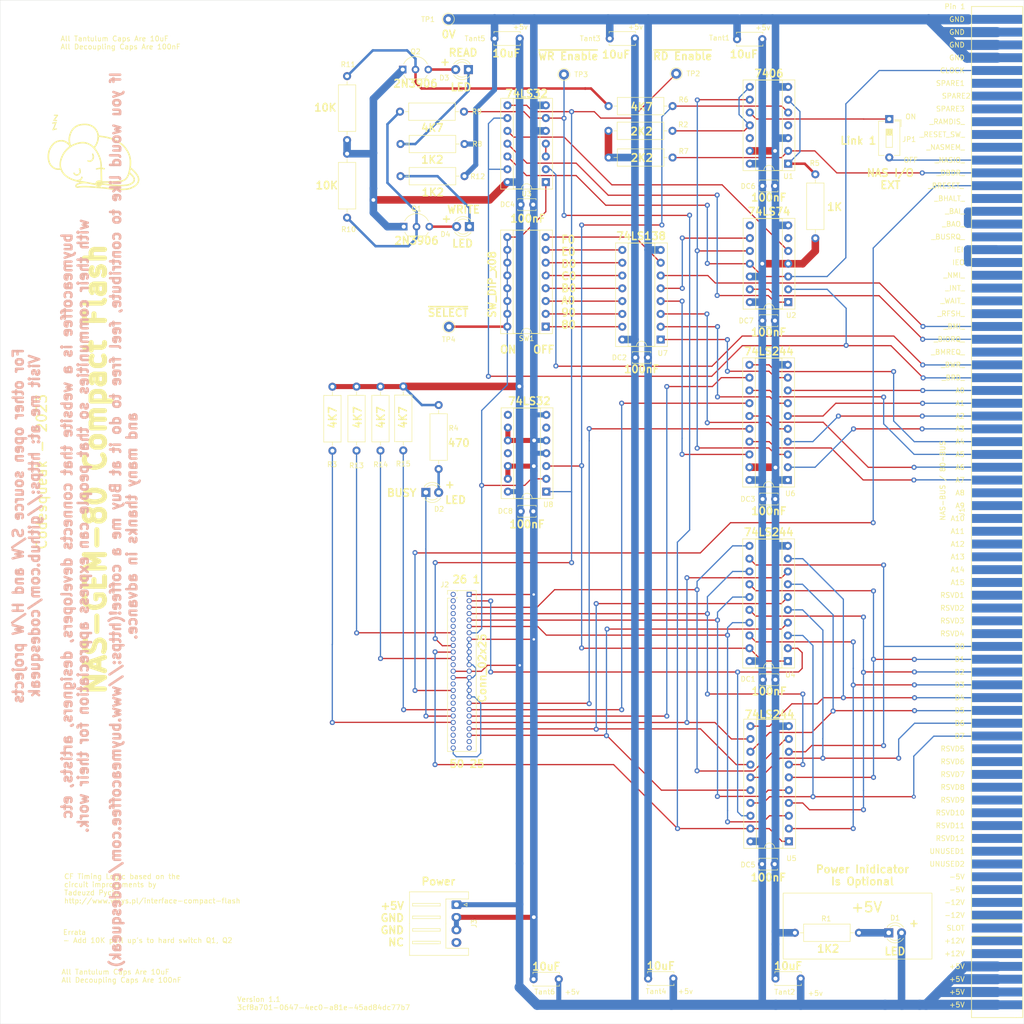
<source format=kicad_pcb>
(kicad_pcb (version 20221018) (generator pcbnew)
  (title_block (title "80 Bus Compact Flash Card") (date "2023-11-02") (rev "1.1"))
  (layers (0 "F.Cu" signal) (31 "B.Cu" signal) (34 "B.Paste" user) (35 "F.Paste" user) (36 "B.SilkS" user "B.Silkscreen") (37 "F.SilkS" user "F.Silkscreen") (38 "B.Mask" user) (39 "F.Mask" user) (44 "Edge.Cuts" user))
  (net 0 "")
  (net 1 "Net-(D1-K)")
  (net 2 "GND")
  (net 3 "Net-(D2-K)")
  (net 4 "Net-(D3-A)")
  (net 5 "Net-(D3-K)")
  (net 6 "Net-(D4-A)")
  (net 7 "CLK")
  (net 8 "VCC")
  (net 11 "~{M1}")
  (net 17 "A7")
  (net 18 "A6")
  (net 19 "A5")
  (net 20 "A4")
  (net 21 "A3")
  (net 22 "A2")
  (net 23 "A1")
  (net 24 "A0")
  (net 25 "Net-(D4-K)")
  (net 28 "D7")
  (net 29 "D6")
  (net 30 "D5")
  (net 31 "D4")
  (net 32 "D3")
  (net 33 "D2")
  (net 34 "D1")
  (net 35 "D0")
  (net 40 "~{DBDR}")
  (net 43 "~{BIORQ}")
  (net 47 "~{BRESET}")
  (net 53 "/BD3")
  (net 54 "/BD4")
  (net 55 "/BD5")
  (net 56 "/BD6")
  (net 57 "/BD7")
  (net 58 "/BD0")
  (net 59 "/BD1")
  (net 60 "/BD2")
  (net 61 "~{BWR}")
  (net 62 "~{NASIO}")
  (net 68 "~{BRD}")
  (net 73 "Net-(R5-Pad2)")
  (net 80 "Net-(J1-Pin_19)")
  (net 82 "Net-(J1-Pin_16)")
  (net 89 "Net-(JP1-A)")
  (net 90 "Net-(Q1-B)")
  (net 93 "Net-(J2-Pin_32)")
  (net 95 "Net-(J2-Pin_36)")
  (net 97 "~{IO_WR_ENABLE}")
  (net 98 "~{IO_RD_ENABLE}")
  (net 104 "BA1")
  (net 106 "~{SELECT}")
  (net 107 "Net-(J2-Pin_44)")
  (net 108 "Net-(Q2-B)")
  (net 109 "Net-(R2-Pad1)")
  (net 110 "Net-(U7-O0)")
  (net 111 "Net-(U7-O1)")
  (net 112 "Net-(U7-O2)")
  (net 113 "Net-(U7-O3)")
  (net 114 "Net-(U7-O4)")
  (net 115 "Net-(U7-O5)")
  (net 116 "Net-(U7-O6)")
  (net 117 "Net-(U7-O7)")
  (net 120 "Net-(U2A-~{R})")
  (net 121 "Net-(U2A-Q)")
  (net 124 "Net-(U2B-Q)")
  (net 125 "Net-(U3-Pad3)")
  (net 126 "BA4")
  (net 127 "BA5")
  (net 128 "BA0")
  (net 129 "BA2")
  (net 130 "BA7")
  (net 131 "BA6")
  (net 132 "BA3")
  (net 134 "Net-(J2-Pin_46)")
  (net 138 "~{IO_RD_ENABLE_CS}")
  (net 142 "Net-(D2-A)")
  (footprint "80bus:80BusEdgeConnector" (layer "F.Cu") (at 280.67 157.226)
    (fp_text reference "J1")
    (fp_text value "Conn_01x80NasBus" hide)
  )
  (footprint "Capacitor_THT:C_Disc_D5.0mm_W2.5mm_P5.00mm" (layer "F.Cu") (at 235.331 51.943 180)
    (fp_text reference "Tant1")
    (fp_text value "10uF")
  )
  (footprint "Capacitor_THT:C_Disc_D5.0mm_W2.5mm_P5.00mm" (layer "F.Cu") (at 242.951 238.379 180)
    (fp_text reference "Tant2")
    (fp_text value "10uF")
  )
  (footprint "Package_DIP:DIP-14_W7.62mm_Socket" (layer "F.Cu") (at 240.484304 104.131596 180)
    (fp_text reference "U2")
    (fp_text value "74LS74")
  )
  (footprint "Package_DIP:DIP-14_W7.62mm_Socket" (layer "F.Cu") (at 192.37353 80.307032 180)
    (fp_text reference "U3")
    (fp_text value "74LS32")
  )
  (footprint "Package_DIP:DIP-20_W7.62mm_Socket" (layer "F.Cu") (at 240.603815 211.149227 180)
    (fp_text reference "U5")
    (fp_text value "74LS244")
  )
  (footprint "Capacitor_THT:C_Disc_D5.0mm_W2.5mm_P5.00mm" (layer "F.Cu") (at 210.058 51.816 180)
    (fp_text reference "Tant3")
    (fp_text value "10uF")
  )
  (footprint "Capacitor_THT:C_Disc_D5.0mm_W2.5mm_P5.00mm" (layer "F.Cu") (at 217.678 238.379 180)
    (fp_text reference "Tant4")
    (fp_text value "10uF")
  )
  (footprint "Capacitor_THT:C_Disc_D5.0mm_W2.5mm_P5.00mm" (layer "F.Cu") (at 187.198 51.816 180)
    (fp_text reference "Tant5")
    (fp_text value "10uF")
  )
  (footprint "Capacitor_THT:C_Disc_D5.0mm_W2.5mm_P5.00mm" (layer "F.Cu") (at 194.945 238.506 180)
    (fp_text reference "Tant6")
    (fp_text value "10uF")
  )
  (footprint "Package_DIP:DIP-14_W7.62mm_Socket" (layer "F.Cu") (at 240.471513 76.659678 180)
    (fp_text reference "U1")
    (fp_text value "7406")
  )
  (footprint "Package_DIP:DIP-20_W7.62mm_Socket" (layer "F.Cu") (at 240.401091 139.437088 180)
    (fp_text reference "U6")
    (fp_text value "74LS244")
  )
  (footprint "Capacitor_THT:C_Disc_D3.4mm_W2.1mm_P2.50mm" (layer "F.Cu") (at 235.433984 179.062216)
    (fp_text reference "DC1")
    (fp_text value "100nF")
  )
  (footprint "Capacitor_THT:C_Disc_D3.4mm_W2.1mm_P2.50mm" (layer "F.Cu") (at 210.137328 115.131706)
    (fp_text reference "DC2")
    (fp_text value "100nF")
  )
  (footprint "Capacitor_THT:C_Disc_D3.4mm_W2.1mm_P2.50mm" (layer "F.Cu") (at 235.403251 143.218225)
    (fp_text reference "DC3")
    (fp_text value "100nF")
  )
  (footprint "Capacitor_THT:C_Disc_D3.4mm_W2.1mm_P2.50mm" (layer "F.Cu") (at 235.286875 215.67193)
    (fp_text reference "DC5")
    (fp_text value "100nF")
  )
  (footprint "Resistor_THT:R_Axial_DIN0309_L9.0mm_D3.2mm_P12.70mm_Horizontal" (layer "F.Cu") (at 204.833682 65.228817)
    (fp_text reference "R6")
    (fp_text value "4K7")
  )
  (footprint "Resistor_THT:R_Axial_DIN0309_L9.0mm_D3.2mm_P12.70mm_Horizontal" (layer "F.Cu") (at 204.832939 75.434339)
    (fp_text reference "R7")
    (fp_text value "2K2")
  )
  (footprint "Resistor_THT:R_Axial_DIN0309_L9.0mm_D3.2mm_P12.70mm_Horizontal" (layer "F.Cu") (at 163.530392 72.752512)
    (fp_text reference "R8")
    (fp_text value "1K2")
  )
  (footprint "Resistor_THT:R_Axial_DIN0309_L9.0mm_D3.2mm_P12.70mm_Horizontal" (layer "F.Cu") (at 163.429843 66.332599)
    (fp_text reference "R9")
    (fp_text value "4K7")
  )
  (footprint "Package_DIP:DIP-16_W7.62mm_Socket" (layer "F.Cu") (at 215.169323 111.554278 180)
    (fp_text reference "U7")
    (fp_text value "74LS138")
  )
  (footprint "Package_DIP:DIP-20_W7.62mm_Socket" (layer "F.Cu") (at 240.407563 175.36382 180)
    (fp_text reference "U4")
    (fp_text value "74LS244")
  )
  (footprint "Package_DIP:DIP-16_W7.62mm_Socket" (layer "F.Cu") (at 192.352493 108.997866 180)
    (fp_text reference "SW1")
    (fp_text value "SW_DIP_x08")
  )
  (footprint "Resistor_THT:R_Axial_DIN0309_L9.0mm_D3.2mm_P12.70mm_Horizontal" (layer "F.Cu") (at 154.808357 133.5957 90)
    (fp_text reference "R13")
    (fp_text value "4K7")
  )
  (footprint "Resistor_THT:R_Axial_DIN0309_L9.0mm_D3.2mm_P12.70mm_Horizontal" (layer "F.Cu") (at 164.083388 133.558821 90)
    (fp_text reference "R15")
    (fp_text value "4K7")
  )
  (footprint "Resistor_THT:R_Axial_DIN0309_L9.0mm_D3.2mm_P12.70mm_Horizontal" (layer "F.Cu") (at 163.530392 79.132814)
    (fp_text reference "R12")
    (fp_text value "1K2")
  )
  (footprint "Resistor_THT:R_Axial_DIN0309_L9.0mm_D3.2mm_P12.70mm_Horizontal" (layer "F.Cu") (at 217.506337 70.136578 180)
    (fp_text reference "R2")
    (fp_text value "2K2")
  )
  (footprint "TestPoint:TestPoint_THTPad_D2.0mm_Drill1.0mm" (layer "F.Cu") (at 173.151216 109.018292)
    (fp_text reference "TP4")
    (fp_text value "~{SELECT}")
  )
  (footprint "TestPoint:TestPoint_THTPad_D2.0mm_Drill1.0mm" (layer "F.Cu") (at 173.019987 47.970672)
    (fp_text reference "TP1")
    (fp_text value "0V")
  )
  (footprint "Resistor_THT:R_Axial_DIN0309_L9.0mm_D3.2mm_P12.70mm_Horizontal" (layer "F.Cu") (at 152.933244 71.98238 90)
    (fp_text reference "R11")
    (fp_text value "10K")
  )
  (footprint "Resistor_THT:R_Axial_DIN0309_L9.0mm_D3.2mm_P12.70mm_Horizontal" (layer "F.Cu") (at 245.861091 91.463396 90)
    (fp_text reference "R5")
    (fp_text value "1K")
  )
  (footprint "Resistor_THT:R_Axial_DIN0309_L9.0mm_D3.2mm_P12.70mm_Horizontal" (layer "F.Cu") (at 159.558357 133.5957 90)
    (fp_text reference "R14")
    (fp_text value "4K7")
  )
  (footprint "Capacitor_THT:C_Disc_D3.4mm_W2.1mm_P2.50mm" (layer "F.Cu") (at 187.388649 145.652674)
    (fp_text reference "DC8")
    (fp_text value "100nF")
  )
  (footprint "Resistor_THT:R_Axial_DIN0309_L9.0mm_D3.2mm_P12.70mm_Horizontal" (layer "F.Cu") (at 171.103332 124.55302 -90)
    (fp_text reference "R4")
    (fp_text value "470")
  )
  (footprint "Resistor_THT:R_Axial_DIN0309_L9.0mm_D3.2mm_P12.70mm_Horizontal" (layer "F.Cu") (at 152.933244 74.675587 -90)
    (fp_text reference "R10")
    (fp_text value "10K")
  )
  (footprint "TestPoint:TestPoint_THTPad_D2.0mm_Drill1.0mm" (layer "F.Cu") (at 195.973342 58.94485)
    (fp_text reference "TP3")
    (fp_text value "~{WR Enable}")
  )
  (footprint "80bus:sleepymouse_small" (layer "F.Cu") (at 102.0826 74.9808)
    (fp_text reference "G1" hide)
    (fp_text value "LOGO" hide)
  )
  (footprint "80bus:PinHeader_2x25_P1.27mm_Vertical_CF" (layer "F.Cu") (at 175.770253 162.158072)
    (fp_text reference "J2")
    (fp_text value "Conn_02x25")
  )
  (footprint "TestPoint:TestPoint_THTPad_D2.0mm_Drill1.0mm" (layer "F.Cu") (at 218.257253 58.789088)
    (fp_text reference "TP2")
    (fp_text value "~{RD Enable}")
  )
  (footprint "LED_THT:LED_D3.0mm" (layer "F.Cu") (at 168.569391 141.906273)
    (fp_text reference "D2")
    (fp_text value "LED")
  )
  (footprint "Package_TO_SOT_THT:TO-92_Inline_Wide" (layer "F.Cu") (at 163.972806 57.971497)
    (fp_text reference "Q2")
    (fp_text value "2N3906")
  )
  (footprint "Button_Switch_THT:SW_DIP_SPSTx01_Slide_6.7x4.1mm_W7.62mm_P2.54mm_LowProfile" (layer "F.Cu") (at 260.530769 67.796209 -90)
    (fp_text reference "JP1")
    (fp_text value "Link 1")
  )
  (footprint "Capacitor_THT:C_Disc_D3.4mm_W2.1mm_P2.50mm" (layer "F.Cu") (at 235.343121 107.804495)
    (fp_text reference "DC7")
    (fp_text value "100nF")
  )
  (footprint "Connector_JST:JST_XH_S4B-XH-A_1x04_P2.50mm_Horizontal" (layer "F.Cu") (at 174.62764 223.723427 -90)
    (fp_text reference "J3")
    (fp_text value "Power")
  )
  (footprint "LED_THT:LED_D3.0mm" (layer "F.Cu") (at 260.428915 229.303378)
    (fp_text reference "D1")
    (fp_text value "LED")
  )
  (footprint "Capacitor_THT:C_Disc_D3.4mm_W2.1mm_P2.50mm" (layer "F.Cu") (at 187.367498 84.777756)
    (fp_text reference "DC4")
    (fp_text value "100nF")
  )
  (footprint "Resistor_THT:R_Axial_DIN0309_L9.0mm_D3.2mm_P12.70mm_Horizontal" (layer "F.Cu") (at 150.018495 133.622968 90)
    (fp_text reference "R3")
    (fp_text value "4K7")
  )
  (footprint "Package_DIP:DIP-14_W7.62mm_Socket" (layer "F.Cu") (at 192.463406 141.741263 180)
    (fp_text reference "U8")
    (fp_text value "74LS32")
  )
  (footprint "LED_THT:LED_D3.0mm" (layer "F.Cu") (at 177.212277 89.137542 180)
    (fp_text reference "D4")
    (fp_text value "LED")
  )
  (footprint "LED_THT:LED_D3.0mm" (layer "F.Cu") (at 177.018321 57.983011 180)
    (fp_text reference "D3")
    (fp_text value "LED")
  )
  (footprint "Resistor_THT:R_Axial_DIN0309_L9.0mm_D3.2mm_P12.70mm_Horizontal" (layer "F.Cu") (at 254.512236 229.293614 180)
    (fp_text reference "R1")
    (fp_text value "1K2")
  )
  (footprint "Package_TO_SOT_THT:TO-92_Inline_Wide" (layer "F.Cu") (at 164.177244 89.153934)
    (fp_text reference "Q1")
    (fp_text value "2N3906")
  )
  (footprint "Capacitor_THT:C_Disc_D3.4mm_W2.1mm_P2.50mm" (layer "F.Cu") (at 235.364761 81.069265)
    (fp_text reference "DC6")
    (fp_text value "100nF")
  )
  (gr_rect (start 239.483769 221.419352) (end 269.008588 234.512203) (stroke (width 0.12)) (fill none) (layer "F.SilkS"))
  (gr_line (start 287.274 44.196) (end 287.274 227.33) (stroke (width 0.05)) (layer "Edge.Cuts"))
  (gr_line (start 84.074 44.196) (end 84.074 247.396) (stroke (width 0.05)) (layer "Edge.Cuts"))
  (gr_line (start 287.274 247.396) (end 84.074 247.396) (stroke (width 0.05)) (layer "Edge.Cuts"))
  (gr_line (start 276.86 229.362) (end 287.274 229.362) (stroke (width 0.05)) (layer "Edge.Cuts"))
  (gr_line (start 287.274 229.362) (end 287.274 247.396) (stroke (width 0.05)) (layer "Edge.Cuts"))
  (gr_line (start 276.86 227.33) (end 276.86 229.362) (stroke (width 0.05)) (layer "Edge.Cuts"))
  (gr_line (start 287.274 44.196) (end 84.074 44.196) (stroke (width 0.05)) (layer "Edge.Cuts"))
  (gr_line (start 287.274 227.33) (end 276.86 227.33) (stroke (width 0.05)) (layer "Edge.Cuts"))
  (gr_text "For other open source S/W and H/W projects\nVisit me at: https://github.com/codesqueak\n\nbuymeacoffee is a website that connects developers, designers, artists, etc\nwith their communities so that people can express appreciation for their work.\n\nIf you would like to contribute, feel free to do it at Buy me a coffee!(https://www.buymeacoffee.com/codesqueak), \nand many thanks in advance." (at 111.379 148.5646 90) (layer "B.SilkS") (effects (font (size 2 2) (thickness 0.5) bold) (justify bottom mirror)))
  (gr_text "+5v" (at 187.325 49.53) (layer "F.SilkS") (effects (font (size 1 1))))
  (gr_text "+5v" (at 220.091 240.919) (layer "F.SilkS") (effects (font (size 1 1))))
  (gr_text "+5v" (at 197.612 241.046) (layer "F.SilkS") (effects (font (size 1 1))))
  (gr_text "+5v" (at 210.185 49.53) (layer "F.SilkS") (effects (font (size 1 1))))
  (gr_text "All Tantulum Caps Are 10uF\nAll Decoupling Caps Are 100nF" (at 96.175189 237.871841) (layer "F.SilkS") (effects (font (size 1 1)) (justify left)))
  (gr_text "All Tantulum Caps Are 10uF\nAll Decoupling Caps Are 100nF" (at 95.988599 52.651085) (layer "F.SilkS") (effects (font (size 1 1)) (justify left)))
  (gr_text "50 25" (at 173.094663 196.651901) (layer "F.SilkS") (effects (font (size 1.5 1.5) (thickness 0.3) bold) (justify left bottom)))
  (gr_text "+5V\nGND\nGND\nNC" (at 164.386999 232.060865) (layer "F.SilkS") (effects (font (size 1.5 1.5) (thickness 0.3) bold) (justify right bottom)))
  (gr_text "WRITE" (at 172.638555 86.636192) (layer "F.SilkS") (effects (font (size 1.5 1.5) (thickness 0.3) bold) (justify left bottom)))
  (gr_text "+" (at 171.241712 57.311339) (layer "F.SilkS") (effects (font (size 1.5 1.5) (thickness 0.3) bold) (justify left bottom)))
  (gr_text "F0\nE0\nD0\nC0\nB0\nA0\n90\n80" (at 195.259527 109.491447) (layer "F.SilkS") (effects (font (size 1.5 1.5) (thickness 0.3) bold) (justify left bottom)))
  (gr_text "+" (at 172.197003 141.189862) (layer "F.SilkS") (effects (font (size 1.5 1.5) (thickness 0.3) bold) (justify left bottom)))
  (gr_text "+5v" (at 245.872 241.3) (layer "F.SilkS") (effects (font (size 1 1))))
  (gr_text "NAS I/O\nEXT" (at 260.752178 79.68877) (layer "F.SilkS") (effects (font (size 1.5 1.5) (thickness 0.3))))
  (gr_text "READ" (at 172.923562 55.501212) (layer "F.SilkS") (effects (font (size 1.5 1.5) (thickness 0.3) bold) (justify left bottom)))
  (gr_text "Power Inidicator\nIs Optional" (at 255.220087 217.888627) (layer "F.SilkS") (effects (font (size 1.5 1.5) (thickness 0.3))))
  (gr_text "BUSY" (at 160.680116 142.863802) (layer "F.SilkS") (effects (font (size 1.5 1.5) (thickness 0.3) bold) (justify left bottom)))
  (gr_text "Version 1.1\n3cf8a701-0647-4ec0-a81e-45ad84dc77b7" (at 131.033069 243.309551) (layer "F.SilkS") (effects (font (size 1 1)) (justify left)))
  (gr_text "OFF" (at 263.311612 76.50776) (layer "F.SilkS") (effects (font (size 1 1)) (justify left bottom)))
  (gr_text "26 1" (at 173.683318 160.042183) (layer "F.SilkS") (effects (font (size 1.5 1.5) (thickness 0.3) bold) (justify left bottom)))
  (gr_text "CF Timing Logic based on the\ncircuit improvements by \nTadeuzd Pycio\nhttp://www.vtsys.pl/interface-compact-flash\n\n" (at 96.695995 221.340408) (layer "F.SilkS") (effects (font (size 1 1)) (justify left)))
  (gr_text "Codesqueak - 2023" (at 92.329 137.795 90) (layer "F.SilkS") (effects (font (size 2 2) (thickness 0.3))))
  (gr_text "Errata\n- Add 10K pull up's to hard switch Q1, Q2" (at 96.479528 229.999087) (layer "F.SilkS") (effects (font (size 1 1)) (justify left)))
  (gr_text "NAS-BUS / 80-BUS" (at 271.145 139.573 90) (layer "F.SilkS") (effects (font (size 1 1))))
  (gr_text "ON" (at 263.640682 67.915375) (layer "F.SilkS") (effects (font (size 1 1)) (justify left bottom)))
  (gr_text "Pin 1" (at 273.558 45.466) (layer "F.SilkS") (effects (font (size 1 1))))
  (gr_text "+" (at 171.525342 88.424893) (layer "F.SilkS") (effects (font (size 1.5 1.5) (thickness 0.3) bold) (justify left bottom)))
  (gr_text "+" (at 264.306125 228.244399) (layer "F.SilkS") (effects (font (size 1.5 1.5) (thickness 0.3) bold) (justify left bottom)))
  (gr_text "+5V" (at 256.064112 224.216833) (layer "F.SilkS") (effects (font (size 2 2) (thickness 0.3))))
  (gr_text "+5v" (at 235.458 49.657) (layer "F.SilkS") (effects (font (size 1 1))))
  (gr_text "NAS-GEM-80 Compact Flash" (at 102.997 137.287 90) (layer "F.SilkS") (effects (font (size 4 4) (thickness 1))))
  (gr_text "ON   OFF" (at 183.116666 114.42051) (layer "F.SilkS") (effects (font (size 1.5 1.5) (thickness 0.3) bold) (justify left bottom)))
  (segment (start 254.512236 229.293614) (end 260.419151 229.293614) (width 1.5) (layer "B.Cu") (net 1))
  (segment (start 177.040253 162.158072) (end 189.970462 162.158072) (width 0.25) (layer "F.Cu") (net 2))
  (segment (start 232.781091 136.897088) (end 237.893862 136.897088) (width 1.5) (layer "F.Cu") (net 2))
  (segment (start 174.62764 226.223427) (end 189.934042 226.223427) (width 1) (layer "F.Cu") (net 2))
  (segment (start 189.934042 226.223427) (end 189.943341 226.214128) (width 1) (layer "F.Cu") (net 2))
  (segment (start 177.040253 171.048072) (end 189.995681 171.048072) (width 0.25) (layer "F.Cu") (net 2))
  (segment (start 184.843406 129.041263) (end 184.843406 131.581263) (width 1) (layer "F.Cu") (net 2))
  (segment (start 184.843406 136.661263) (end 184.843406 139.201263) (width 1) (layer "F.Cu") (net 2))
  (segment (start 190.057754 131.581263) (end 184.843406 131.581263) (width 1) (layer "F.Cu") (net 2))
  (segment (start 189.992 136.683571) (end 184.865714 136.683571) (width 1) (layer "F.Cu") (net 2))
  (segment (start 237.866758 74.119678) (end 232.851513 74.119678) (width 1.5) (layer "F.Cu") (net 2))
  (segment (start 237.893862 136.897088) (end 237.958 136.961226) (width 1.5) (layer "F.Cu") (net 2))
  (segment (start 174.019253 178.668072) (end 177.040253 178.668072) (width 0.25) (layer "F.Cu") (net 2))
  (via (at 237.866758 74.119678) (size 1.5) (drill 0.75) (layers "F.Cu" "B.Cu") (net 2))
  (via (at 237.958 136.961226) (size 1.5) (drill 0.75) (layers "F.Cu" "B.Cu") (net 2))
  (via (at 189.992 171.055699) (size 1) (drill 0.5) (layers "F.Cu" "B.Cu") (net 2))
  (via (at 189.992 136.683571) (size 1.5) (drill 0.75) (layers "F.Cu" "B.Cu") (net 2))
  (via (at 190.057754 131.581263) (size 1.5) (drill 0.75) (layers "F.Cu" "B.Cu") (net 2))
  (via (at 189.992 226.192749) (size 1.5) (drill 0.75) (layers "F.Cu" "B.Cu") (net 2))
  (via (at 189.970462 162.158072) (size 1) (drill 0.5) (layers "F.Cu" "B.Cu") (net 2))
  (segment (start 189.992 136.683571) (end 189.992 137.508758) (width 1.5) (layer "B.Cu") (net 2))
  (segment (start 189.992 132.625292) (end 189.992 134.06904) (width 1.5) (layer "B.Cu") (net 2))
  (segment (start 189.992 131.612234) (end 189.992 132.625292) (width 1.5) (layer "B.Cu") (net 2))
  (segment (start 189.992 48.1076) (end 190.0936 48.006) (width 1.5) (layer "B.Cu") (net 2))
  (segment (start 281.94 55.626) (end 275.971 55.626) (width 2) (layer "B.Cu") (net 2))
  (segment (start 212.678 93.772356) (end 212.678 48.0276) (width 1.5) (layer "B.Cu") (net 2))
  (segment (start 190.109616 137.626374) (end 189.992 137.508758) (width 1) (layer "B.Cu") (net 2))
  (segment (start 230.505 48.006) (end 212.6996 48.006) (width 2) (layer "B.Cu") (net 2))
  (segment (start 178.502833 176.773219) (end 178.502833 178.036982) (width 0.25) (layer "B.Cu") (net 2))
  (segment (start 179.454073 193.655606) (end 178.748356 194.361323) (width 0.25) (layer "B.Cu") (net 2))
  (segment (start 237.951 58.975) (end 237.951 238.379) (width 1.5) (layer "B.Cu") (net 2))
  (segment (start 177.040253 182.478072) (end 178.2158 182.478072) (width 0.25) (layer "B.Cu") (net 2))
  (segment (start 177.857686 176.128072) (end 178.502833 176.773219) (width 0.25) (layer "B.Cu") (net 2))
  (segment (start 237.951 231.568) (end 237.958 231.561) (width 1.5) (layer "B.Cu") (net 2))
  (segment (start 237.958 229.03) (end 238.221614 229.293614) (width 1.5) (layer "B.Cu") (net 2))
  (segment (start 192.463406 134.121263) (end 190.044223 134.121263) (width 1) (layer "B.Cu") (net 2))
  (segment (start 276.225 48.006) (end 268.351 48.006) (width 2) (layer "B.Cu") (net 2))
  (segment (start 177.040253 176.128072) (end 177.857686 176.128072) (width 0.25) (layer "B.Cu") (net 2))
  (segment (start 190.0936 48.006) (end 186.008 48.006) (width 2) (layer "B.Cu") (net 2))
  (segment (start 240.401091 139.437088) (end 237.958891 139.437088) (width 1.5) (layer "B.Cu") (net 2))
  (segment (start 178.2158 182.478072) (end 179.454073 183.716345) (width 0.25) (layer "B.Cu") (net 2))
  (segment (start 237.958 48.601) (end 237.363 48.006) (width 1.5) (layer "B.Cu") (net 2))
  (segment (start 178.470551 72.743434) (end 178.461473 72.752512) (width 1) (layer "B.Cu") (net 2))
  (segment (start 240.484304 88.891596) (end 238.0007 88.891596) (width 1.5) (layer "B.Cu") (net 2))
  (segment (start 190.070918 132.546374) (end 189.992 132.625292) (width 1) (layer "B.Cu") (net 2))
  (segment (start 240.471513 61.419678) (end 237.993429 61.419678) (width 1.5) (layer "B.Cu") (net 2))
  (segment (start 182.204635 48.006) (end 182.198 48.012635) (width 2) (layer "B.Cu") (net 2))
  (segment (start 179.454073 183.716345) (end 179.454073 193.655606) (width 0.25) (layer "B.Cu") (net 2))
  (segment (start 281.94 48.006) (end 276.225 48.006) (width 1.5) (layer "B.Cu") (net 2))
  (segment (start 268.351 48.006) (end 237.363 48.006) (width 2) (layer "B.Cu") (net 2))
  (segment (start 189.992 137.691196) (end 189.992 238.459) (width 1.5) (layer "B.Cu") (net 2))
  (segment (start 182.204635 48.006) (end 173.098073 48.006) (width 2) (layer "B.Cu") (net 2))
  (segment (start 174.601446 194.361323) (end 173.992253 193.75213) (width 0.25) (layer "B.Cu") (net 2))
  (segment (start 212.678 238.379) (end 212.678 93.772356) (width 1.5) (layer "B.Cu") (net 2))
  (segment (start 189.992 129.934864) (end 189.992 131.612234) (width 1.5) (layer "B.Cu") (net 2))
  (segment (start 237.958 58.968) (end 237.958 48.601) (width 1.5) (layer "B.Cu") (net 2))
  (segment (start 237.958 229.03) (end 237.958 188.350853) (width 1.5) (layer "B.Cu") (net 2))
  (segment (start 189.992 137.508758) (end 189.992 137.691196) (width 1.5) (layer "B.Cu") (net 2))
  (segment (start 230.331 51.943) (end 230.331 48.18) (width 1.5) (layer "B.Cu") (net 2))
  (segment (start 178.748356 194.361323) (end 174.601446 194.361323) (width 0.25) (layer "B.Cu") (net 2))
  (segment (start 189.992 70.182066) (end 189.992 126.524759) (width 1.5) (layer "B.Cu") (net 2))
  (segment (start 212.678 48.0276) (end 212.6996 48.006) (width 1.5) (layer "B.Cu") (net 2))
  (segment (start 215.169323 93.774278) (end 212.679922 93.774278) (width 1.5) (layer "B.Cu") (net 2))
  (segment (start 177.871743 178.668072) (end 177.040253 178.668072) (width 0.25) (layer "B.Cu") (net 2))
  (segment (start 230.331 48.18) (end 230.505 48.006) (width 1.5) (layer "B.Cu") (net 2))
  (segment (start 174.62764 226.223427) (end 174.62764 228.723427) (width 1) (layer "B.Cu") (net 2))
  (segment (start 177.040253 171.048072) (end 177.040253 176.128072) (width 0.25) (layer "B.Cu") (net 2))
  (segment (start 192.37353 70.147032) (end 190.027034 70.147032) (width 1.5) (layer "B.Cu") (net 2))
  (segment (start 237.958891 139.437088) (end 237.958 139.436197) (width 1.5) (layer "B.Cu") (net 2))
  (segment (start 238.059285 152.50382) (end 240.407563 152.50382) (width 1.5) (layer "B.Cu") (net 2))
  (segment (start 240.471513 71.579678) (end 237.98962 71.579678) (width 1.5) (layer "B.Cu") (net 2))
  (segment (start 189.992 65.050997) (end 189.992 48.1076) (width 1.5) (layer "B.Cu") (net 2))
  (segment (start 192.463406 131.581263) (end 190.057754 131.581263) (width 1) (layer "B.Cu") (net 2))
  (segment (start 240.401091 116.577088) (end 238.183881 116.577088) (width 1.5) (layer "B.Cu") (net 2))
  (segment (start 212.679922 93.774278) (end 212.678 93.772356) (width 1.5) (layer "B.Cu") (net 2))
  (segment (start 182.198 48.012635) (end 182.198 51.816) (width 1.5) (layer "B.Cu") (net 2))
  (segment (start 237.958 231.561) (end 237.958 229.03) (width 1.5) (layer "B.Cu") (net 2))
  (segment (start 205.058 48.34) (end 204.724 48.006) (width 1.5) (layer "B.Cu") (net 2))
  (segment (start 275.971 55.626) (end 273.2405 52.8955) (width 2) (layer "B.Cu") (net 2))
  (segment (start 189.992 134.06904) (end 189.992 136.683571) (width 1.5) (layer "B.Cu") (net 2))
  (segment (start 177.040253 178.668072) (end 177.040253 182.478072) (width 0.25) (layer "B.Cu") (net 2))
  (segment (start 190.008035 65.067032) (end 189.992 65.050997) (width 1.5) (layer "B.Cu") (net 2))
  (segment (start 178.470551 72.743434) (end 178.470551 65.741167) (width 1) (layer "B.Cu") (net 2))
  (segment (start 204.724 48.006) (end 190.0936 48.006) (width 2) (layer "B.Cu") (net 2))
  (segment (start 192.37353 65.067032) (end 190.008035 65.067032) (width 1.5) (layer "B.Cu") (net 2))
  (segment (start 178.470551 72.743434) (end 178.470551 76.892655) (width 1) (layer "B.Cu") (net 2))
  (segment (start 237.363 48.006) (end 235.204 48.006) (width 2) (layer "B.Cu") (net 2))
  (segment (start 237.958 58.968) (end 237.951 58.975) (width 1.5) (layer "B.Cu") (net 2))
  (segment (start 281.94 53.086) (end 273.431 53.086) (width 2) (layer "B.Cu") (net 2))
  (segment (start 189.992 238.459) (end 189.945 238.506) (width 1.5) (layer "B.Cu") (net 2))
  (segment (start 205.058 51.816) (end 205.058 48.34) (width 1.5) (layer "B.Cu") (net 2))
  (segment (start 178.502833 178.036982) (end 177.871743 178.668072) (width 0.25) (layer "B.Cu") (net 2))
  (segment (start 182.198 62.013718) (end 182.198 51.816) (width 1) (layer "B.Cu") (net 2))
  (segment (start 178.470551 76.892655) (end 176.230392 79.132814) (width 1) (layer "B.Cu") (net 2))
  (segment (start 178.461473 72.752512) (end 176.230392 72.752512) (width 1) (layer "B.Cu") (net 2))
  (segment (start 237.958 188.350853) (end 238.019626 188.289227) (width 1.5) (layer "B.Cu") (net 2))
  (segment (start 178.470551 65.741167) (end 182.198 62.013718) (width 1) (layer "B.Cu") (net 2))
  (segment (start 231.14 48.006) (end 230.505 48.006) (width 1.5) (layer "B.Cu") (net 2))
  (segment (start 190.015496 126.501263) (end 189.992 126.524759) (width 1) (layer "B.Cu") (net 2))
  (segment (start 237.951 238.379) (end 237.951 231.568) (width 1.5) (layer "B.Cu") (net 2))
  (segment (start 192.463406 126.501263) (end 190.015496 126.501263) (width 1) (layer "B.Cu") (net 2))
  (segment (start 190.027034 70.147032) (end 189.992 70.182066) (width 1.5) (layer "B.Cu") (net 2))
  (segment (start 190.022971 131.581263) (end 189.992 131.612234) (width 1) (layer "B.Cu") (net 2))
  (segment (start 190.044223 134.121263) (end 189.992 134.06904) (width 1) (layer "B.Cu") (net 2))
  (segment (start 190.057754 131.581263) (end 190.022971 131.581263) (width 1) (layer "B.Cu") (net 2))
  (segment (start 238.221614 229.293614) (end 241.812236 229.293614) (width 1.5) (layer "B.Cu") (net 2))
  (segment (start 173.098073 48.006) (end 173.091251 47.999178) (width 2) (layer "B.Cu") (net 2))
  (segment (start 186.008 48.006) (end 182.204635 48.006) (width 2) (layer "B.Cu") (net 2))
  (segment (start 273.2405 52.8955) (end 268.351 48.006) (width 2) (layer "B.Cu") (net 2))
  (segment (start 238.019626 188.289227) (end 240.603815 188.289227) (width 1.5) (layer "B.Cu") (net 2))
  (segment (start 281.94 50.546) (end 270.891 50.546) (width 2) (layer "B.Cu") (net 2))
  (segment (start 189.992 126.524759) (end 189.992 129.934864) (width 1.5) (layer "B.Cu") (net 2))
  (segment (start 189.992 70.182066) (end 189.992 65.050997) (width 1.5) (layer "B.Cu") (net 2))
  (segment (start 212.6996 48.006) (end 204.724 48.006) (width 2) (layer "B.Cu") (net 2))
  (segment (start 173.992253 193.75213) (end 173.992253 192.611072) (width 0.25) (layer "B.Cu") (net 2))
  (segment (start 235.204 48.006) (end 231.14 48.006) (width 2) (layer "B.Cu") (net 2))
  (segment (start 173.965253 186.288072) (end 168.588078 186.288072) (width 0.25) (layer "F.Cu") (net 3))
  (via (at 168.588078 186.288072) (size 1) (drill 0.5) (layers "F.Cu" "B.Cu") (net 3))
  (segment (start 168.573073 153.124007) (end 168.573073 186.273067) (width 0.25) (layer "B.Cu") (net 3))
  (segment (start 168.573073 153.124007) (end 168.569391 153.120325) (width 0.25) (layer "B.Cu") (net 3))
  (segment (start 168.573073 186.273067) (end 168.588078 186.288072) (width 0.25) (layer "B.Cu") (net 3))
  (segment (start 168.569391 153.120325) (end 168.569391 141.906273) (width 0.25) (layer "B.Cu") (net 3))
  (segment (start 169.052806 57.971497) (end 174.466807 57.971497) (width 0.5) (layer "F.Cu") (net 4))
  (segment (start 177.018321 57.983011) (end 177.018321 62.21911) (width 0.5) (layer "B.Cu") (net 5))
  (segment (start 177.018321 62.21911) (end 166.484919 72.752512) (width 0.5) (layer "B.Cu") (net 5))
  (segment (start 166.484919 72.752512) (end 163.530392 72.752512) (width 0.5) (layer "B.Cu") (net 5))
  (segment (start 169.257244 89.153934) (end 174.655885 89.153934) (width 0.5) (layer "F.Cu") (net 6))
  (segment (start 188.53233 79.005832) (end 184.75353 75.227032) (width 0.25) (layer "F.Cu") (net 7))
  (segment (start 235.404304 99.051596) (end 232.864304 96.511596) (width 0.25) (layer "F.Cu") (net 7))
  (segment (start 198.380586 79.005832) (end 188.53233 79.005832) (width 0.25) (layer "F.Cu") (net 7))
  (segment (start 224.42266 84.899881) (end 204.274635 84.899881) (width 0.25) (layer "F.Cu") (net 7))
  (segment (start 240.484304 99.051596) (end 235.404304 99.051596) (width 0.25) (layer "F.Cu") (net 7))
  (segment (start 232.864304 96.511596) (end 224.492508 96.511596) (width 0.25) (layer "F.Cu") (net 7))
  (segment (start 224.492508 96.511596) (end 224.42266 96.441748) (width 0.25) (layer "F.Cu") (net 7))
  (segment (start 204.274635 84.899881) (end 198.380586 79.005832) (width 0.25) (layer "F.Cu") (net 7))
  (via (at 224.42266 96.441748) (size 1) (drill 0.5) (layers "F.Cu" "B.Cu") (net 7))
  (via (at 224.42266 84.899881) (size 1) (drill 0.5) (layers "F.Cu" "B.Cu") (net 7))
  (segment (start 251.919186 64.782897) (end 258.536083 58.166) (width 0.25) (layer "B.Cu") (net 7))
  (segment (start 251.919186 95.326591) (end 251.919186 64.782897) (width 0.25) (layer "B.Cu") (net 7))
  (segment (start 258.536083 58.166) (end 281.94 58.166) (width 0.25) (layer "B.Cu") (net 7))
  (segment (start 248.194181 99.051596) (end 251.919186 95.326591) (width 0.25) (layer "B.Cu") (net 7))
  (segment (start 240.484304 99.051596) (end 248.194181 99.051596) (width 0.25) (layer "B.Cu") (net 7))
  (segment (start 224.42266 84.899881) (end 224.42266 96.441748) (width 0.25) (layer "B.Cu") (net 7))
  (segment (start 245.861091 93.975928) (end 245.861091 91.463396) (width 1.5) (layer "F.Cu") (net 8))
  (segment (start 181.217903 83.842659) (end 184.75353 80.307032) (width 1.5) (layer "F.Cu") (net 8))
  (segment (start 180.778982 176.212699) (end 179.593609 177.398072) (width 0.25) (layer "F.Cu") (net 8))
  (segment (start 187.192818 176.212699) (end 180.778982 176.212699) (width 0.25) (layer "F.Cu") (net 8))
  (segment (start 158.166089 83.842659) (end 181.217903 83.842659) (width 1.5) (layer "F.Cu") (net 8))
  (segment (start 187.122258 120.858821) (end 164.083388 120.858821) (width 1.5) (layer "F.Cu") (net 8))
  (segment (start 235.331 96.502821) (end 240.475529 96.502821) (width 1.5) (layer "F.Cu") (net 8))
  (segment (start 243.308873 96.528146) (end 245.861091 93.975928) (width 1.5) (layer "F.Cu") (net 8))
  (segment (start 150.045763 120.8957) (end 159.558357 120.8957) (width 1) (layer "F.Cu") (net 8))
  (segment (start 204.806337 70.136578) (end 204.806337 75.407737) (width 1.5) (layer "F.Cu") (net 8))
  (segment (start 240.484304 96.511596) (end 243.292323 96.511596) (width 1.5) (layer "F.Cu") (net 8))
  (segment (start 159.558357 120.8957) (end 164.046509 120.8957) (width 1) (layer "F.Cu") (net 8))
  (segment (start 158.152143 83.856605) (end 158.166089 83.842659) (width 1.5) (layer "F.Cu") (net 8))
  (segment (start 243.292323 96.511596) (end 243.308873 96.528146) (width 1.5) (layer "F.Cu") (net 8))
  (segment (start 179.593609 177.398072) (end 174.019253 177.398072) (width 0.25) (layer "F.Cu") (net 8))
  (via (at 187.122258 120.858821) (size 1.5) (drill 0.75) (layers "F.Cu" "B.Cu") (net 8))
  (via (at 235.331 96.502821) (size 1.5) (drill 0.75) (layers "F.Cu" "B.Cu") (net 8))
  (via (at 158.152143 83.856605) (size 1.5) (drill 0.75) (layers "F.Cu" "B.Cu") (net 8))
  (via (at 187.192818 176.212699) (size 1) (drill 0.5) (layers "F.Cu" "B.Cu") (net 8))
  (segment (start 184.843406 141.741263) (end 187.076827 141.741263) (width 1) (layer "B.Cu") (net 8))
  (segment (start 158.16016 74.538561) (end 158.16016 63.784143) (width 1.5) (layer "B.Cu") (net 8))
  (segment (start 158.152143 83.856605) (end 158.152143 81.573763) (width 1.5) (layer "B.Cu") (net 8))
  (segment (start 158.152143 86.386715) (end 160.919362 89.153934) (width 1.5) (layer "B.Cu") (net 8))
  (segment (start 232.864304 104.131596) (end 235.30585 104.131596) (width 1.5) (layer "B.Cu") (net 8))
  (segment (start 235.331 175.388117) (end 235.306703 175.36382) (width 1.5) (layer "B.Cu") (net 8))
  (segment (start 235.247215 99.051596) (end 235.331 99.135381) (width 1.5) (layer "B.Cu") (net 8))
  (segment (start 235.306088 211.149227) (end 232.983815 211.149227) (width 1.5) (layer "B.Cu") (net 8))
  (segment (start 281.94 235.966) (end 275.463 235.966) (width 2) (layer "B.Cu") (net 8))
  (segment (start 232.851513 76.659678) (end 235.316862 76.659678) (width 1.5) (layer "B.Cu") (net 8))
  (segment (start 235.331 104.156746) (end 235.331 139.439448) (width 1.5) (layer "B.Cu") (net 8))
  (segment (start 207.549323 111.554278) (end 210.006326 111.554278) (width 1.5) (layer "B.Cu") (net 8))
  (segment (start 210.058 51.816) (end 210.058 75.588444) (width 1.5) (layer "B.Cu") (net 8))
  (segment (start 187.154954 80.307032) (end 187.163849 80.315927) (width 1.5) (layer "B.Cu") (net 8))
  (segment (start 235.306703 175.36382) (end 232.787563 175.36382) (width 1.5) (layer "B.Cu") (net 8))
  (segment (start 210.058 75.588444) (end 210.058 111.502604) (width 1.5) (layer "B.Cu") (net 8))
  (segment (start 275.463 235.966) (end 267.843 243.586) (width 2) (layer "B.Cu") (net 8))
  (segment (start 210.058 111.502604) (end 210.058 243.332) (width 1.5) (layer "B.Cu") (net 8))
  (segment (start 235.331 211.124315) (end 235.306088 211.149227) (width 1.5) (layer "B.Cu") (net 8))
  (segment (start 187.122258 120.858821) (end 187.163849 120.900412) (width 1.5) (layer "B.Cu") (net 8))
  (segment (start 158.16016 63.784143) (end 163.972806 57.971497) (width 1.5) (layer "B.Cu") (net 8))
  (segment (start 158.16016 81.565746) (end 158.16016 74.538561) (width 1.5) (layer "B.Cu") (net 8))
  (segment (start 262.968915 229.303378) (end 262.968915 243.521588) (width 1.5) (layer "B.Cu") (net 8))
  (segment (start 242.951 243.586) (end 259.715 243.586) (width 2) (layer "B.Cu") (net 8))
  (segment (start 263.033327 243.586) (end 266.573 243.586) (width 2) (layer "B.Cu") (net 8))
  (segment (start 235.331 99.135381) (end 235.331 104.156746) (width 1.5) (layer "B.Cu") (net 8))
  (segment (start 217.678 243.205) (end 217.297 243.586) (width 1.5) (layer "B.Cu") (net 8))
  (segment (start 259.715 243.586) (end 263.033327 243.586) (width 2) (layer "B.Cu") (net 8))
  (segment (start 210.006326 111.554278) (end 210.058 111.502604) (width 1.5) (layer "B.Cu") (net 8))
  (segment (start 194.945 238.506) (end 194.945 243.332) (width 1) (layer "B.Cu") (net 8))
  (segment (start 267.843 243.586) (end 266.573 243.586) (width 1.5) (layer "B.Cu") (net 8))
  (segment (start 281.94 238.506) (end 272.923 238.506) (width 2) (layer "B.Cu") (net 8))
  (segment (start 235.32864 139.437088) (end 235.331 139.439448) (width 1.5) (layer "B.Cu") (net 8))
  (segment (start 174.62764 223.723427) (end 187.089018 223.723427) (width 1) (layer "B.Cu") (net 8))
  (segment (start 187.163849 80.315927) (end 187.163849 120.81723) (width 1.5) (layer "B.Cu") (net 8))
  (segment (start 232.864304 99.051596) (end 235.247215 99.051596) (width 1.5) (layer "B.Cu") (net 8))
  (segment (start 235.331 211.124315) (end 235.331 243.332) (width 1.5) (layer "B.Cu") (net 8))
  (segment (start 235.331 76.673816) (end 235.331 96.502821) (width 1.5) (layer "B.Cu") (net 8))
  (segment (start 235.331 139.439448) (end 235.331 175.388117) (width 1.5) (layer "B.Cu") (net 8))
  (segment (start 160.919362 89.153934) (end 164.177244 89.153934) (width 1.5) (layer "B.Cu") (net 8))
  (segment (start 217.678 238.379) (end 217.678 243.205) (width 1.5) (layer "B.Cu") (net 8))
  (segment (start 235.331 51.943) (end 235.331 76.673816) (width 1.5) (layer "B.Cu") (net 8))
  (segment (start 171.103332 124.55302) (end 167.777587 124.55302) (width 0.5) (layer "B.Cu") (net 8))
  (segment (start 187.163849 120.81723) (end 187.122258 120.858821) (width 1.5) (layer "B.Cu") (net 8))
  (segment (start 217.297 243.586) (end 190.655829 243.586) (width 2) (layer "B.Cu") (net 8))
  (segment (start 242.951 243.586) (end 237.998 243.586) (width 2) (layer "B.Cu") (net 8))
  (segment (start 242.951 238.379) (end 242.951 243.586) (width 1.5) (layer "B.Cu") (net 8))
  (segment (start 237.998 243.586) (end 217.297 243.586) (width 2) (layer "B.Cu") (net 8))
  (segment (start 158.152143 83.856605) (end 158.152143 86.386715) (width 1.5) (layer "B.Cu") (net 8))
  (segment (start 184.75353 80.307032) (end 187.154954 80.307032) (width 1.5) (layer "B.Cu") (net 8))
  (segment (start 158.16016 74.538561) (end 158.023134 74.675587) (width 1.5) (layer "B.Cu") (net 8))
  (segment (start 187.163849 51.850151) (end 187.163849 80.315927) (width 1.5) (layer "B.Cu") (net 8))
  (segment (start 152.933244 74.675587) (end 152.933244 71.98238) (width 1.5) (layer "B.Cu") (net 8))
  (segment (start 187.198 51.816) (end 187.163849 51.850151) (width 1.5) (layer "B.Cu") (net 8))
  (segment (start 187.089018 223.723427) (end 187.163849 223.648596) (width 1) (layer "B.Cu") (net 8))
  (segment (start 187.163849 120.900412) (end 187.163849 141.654241) (width 1.5) (layer "B.Cu") (net 8))
  (segment (start 262.968915 243.521588) (end 263.033327 243.586) (width 1.5) (layer "B.Cu") (net 8))
  (segment (start 235.331 175.388117) (end 235.331 211.124315) (width 1.5) (layer "B.Cu") (net 8))
  (segment (start 281.94 243.586) (end 266.573 243.586) (width 2) (layer "B.Cu") (net 8))
  (segment (start 167.777587 124.55302) (end 164.083388 120.858821) (width 0.5) (layer "B.Cu") (net 8))
  (segment (start 235.331 243.332) (end 235.585 243.586) (width 1.5) (layer "B.Cu") (net 8))
  (segment (start 204.832939 75.434339) (end 209.903895 75.434339) (width 1.5) (layer "B.Cu") (net 8))
  (segment (start 232.781091 139.437088) (end 235.32864 139.437088) (width 1.5) (layer "B.Cu") (net 8))
  (segment (start 187.163849 223.648596) (end 187.163849 240.09402) (width 1.5) (layer "B.Cu") (net 8))
  (segment (start 158.023134 74.675587) (end 152.933244 74.675587) (width 1.5) (layer "B.Cu") (net 8))
  (segment (start 281.94 241.046) (end 270.383 241.046) (width 2) (layer "B.Cu") (net 8))
  (segment (start 187.163849 141.654241) (end 187.163849 215.544353) (width 1.5) (layer "B.Cu") (net 8))
  (segment (start 187.076827 141.741263) (end 187.163849 141.654241) (width 1) (layer "B.Cu") (net 8))
  (segment (start 235.30585 104.131596) (end 235.331 104.156746) (width 1.5) (layer "B.Cu") (net 8))
  (segment (start 187.163849 215.544353) (end 187.163849 223.648596) (width 1.5) (layer "B.Cu") (net 8))
  (segment (start 235.331 96.502821) (end 235.331 99.135381) (width 1.5) (layer "B.Cu") (net 8))
  (segment (start 190.655829 243.586) (end 187.163849 240.09402) (width 2) (layer "B.Cu") (net 8))
  (segment (start 235.316862 76.659678) (end 235.331 76.673816) (width 1.5) (layer "B.Cu") (net 8))
  (segment (start 158.152143 81.573763) (end 158.16016 81.565746) (width 1.5) (layer "B.Cu") (net 8))
  (segment (start 194.945 243.332) (end 194.691 243.586) (width 1) (layer "B.Cu") (net 8))
  (segment (start 209.903895 75.434339) (end 210.058 75.588444) (width 1.5) (layer "B.Cu") (net 8))
  (segment (start 224.529132 98.854278) (end 215.169323 98.854278) (width 0.25) (layer "F.Cu") (net 11))
  (segment (start 267.218476 108.960203) (end 258.59359 100.335317) (width 0.25) (layer "F.Cu") (net 11))
  (segment (start 258.59359 100.335317) (end 226.010171 100.335317) (width 0.25) (layer "F.Cu") (net 11))
  (segment (start 226.010171 100.335317) (end 224.529132 98.854278) (width 0.25) (layer "F.Cu") (net 11))
  (via (at 267.218476 108.960203) (size 1) (drill 0.5) (layers "F.Cu" "B.Cu") (net 11))
  (segment (start 267.218476 108.960203) (end 281.990241 108.960203) (width 0.25) (layer "B.Cu") (net 11))
  (segment (start 255.352345 139.424096) (end 265.406721 139.424096) (width 0.25) (layer "F.Cu") (net 17))
  (segment (start 237.974539 133.07762) (end 236.714007 131.817088) (width 0.25) (layer "F.Cu") (net 17))
  (segment (start 236.714007 131.817088) (end 232.781091 131.817088) (width 0.25) (layer "F.Cu") (net 17))
  (segment (start 265.406721 139.424096) (end 265.416696 139.434071) (width 0.25) (layer "F.Cu") (net 17))
  (segment (start 249.005869 133.07762) (end 255.352345 139.424096) (width 0.25) (layer "F.Cu") (net 17))
  (segment (start 237.974539 133.07762) (end 249.005869 133.07762) (width 0.25) (layer "F.Cu") (net 17))
  (via (at 265.416696 139.434071) (size 1) (drill 0.5) (layers "F.Cu" "B.Cu") (net 17))
  (segment (start 265.443442 139.407325) (end 265.416696 139.434071) (width 0.25) (layer "B.Cu") (net 17))
  (segment (start 281.876434 139.407325) (end 265.443442 139.407325) (width 0.25) (layer "B.Cu") (net 17))
  (segment (start 256.369356 136.919667) (end 265.444432 136.919667) (width 0.25) (layer "F.Cu") (net 18))
  (segment (start 237.864753 127.972168) (end 247.421857 127.972168) (width 0.25) (layer "F.Cu") (net 18))
  (segment (start 232.781091 126.737088) (end 236.629673 126.737088) (width 0.25) (layer "F.Cu") (net 18))
  (segment (start 247.421857 127.972168) (end 256.369356 136.919667) (width 0.25) (layer "F.Cu") (net 18))
  (segment (start 265.444432 136.919667) (end 265.451934 136.912165) (width 0.25) (layer "F.Cu") (net 18))
  (segment (start 236.629673 126.737088) (end 237.864753 127.972168) (width 0.25) (layer "F.Cu") (net 18))
  (via (at 265.451934 136.912165) (size 1) (drill 0.5) (layers "F.Cu" "B.Cu") (net 18))
  (segment (start 281.911672 136.885419) (end 265.47868 136.885419) (width 0.25) (layer "B.Cu") (net 18))
  (segment (start 265.47868 136.885419) (end 265.451934 136.912165) (width 0.25) (layer "B.Cu") (net 18))
  (segment (start 238.126032 122.927779) (end 259.374985 122.927779) (width 0.25) (layer "F.Cu") (net 19))
  (segment (start 259.374985 122.927779) (end 259.420119 122.972913) (width 0.25) (layer "F.Cu") (net 19))
  (segment (start 236.855341 121.657088) (end 238.126032 122.927779) (width 0.25) (layer "F.Cu") (net 19))
  (segment (start 232.781091 121.657088) (end 236.855341 121.657088) (width 0.25) (layer "F.Cu") (net 19))
  (via (at 259.420119 122.972913) (size 1) (drill 0.5) (layers "F.Cu" "B.Cu") (net 19))
  (segment (start 259.420119 128.296255) (end 265.47177 134.347906) (width 0.25) (layer "B.Cu") (net 19))
  (segment (start 281.904762 134.347906) (end 265.47177 134.347906) (width 0.25) (layer "B.Cu") (net 19))
  (segment (start 259.420119 122.972913) (end 259.420119 128.296255) (width 0.25) (layer "B.Cu") (net 19))
  (segment (start 238.03095 117.915422) (end 261.39157 117.915422) (width 0.25) (layer "F.Cu") (net 20))
  (segment (start 261.39157 117.915422) (end 261.400514 117.906478) (width 0.25) (layer "F.Cu") (net 20))
  (segment (start 236.692616 116.577088) (end 232.781091 116.577088) (width 0.25) (layer "F.Cu") (net 20))
  (segment (start 238.03095 117.915422) (end 236.692616 116.577088) (width 0.25) (layer "F.Cu") (net 20))
  (via (at 261.400514 117.906478) (size 1) (drill 0.5) (layers "F.Cu" "B.Cu") (net 20))
  (segment (start 281.94 131.826) (end 265.507008 131.826) (width 0.25) (layer "B.Cu") (net 20))
  (segment (start 261.400514 117.906478) (end 261.400514 127.719506) (width 0.25) (layer "B.Cu") (net 20))
  (segment (start 261.400514 127.719506) (end 265.507008 131.826) (width 0.25) (layer "B.Cu") (net 20))
  (segment (start 267.057169 129.286) (end 253.435766 129.286) (width 0.25) (layer "F.Cu") (net 21))
  (via (at 253.435766 129.286) (size 1) (drill 0.5) (layers "F.Cu" "B.Cu") (net 21))
  (via (at 267.057169 129.286) (size 1) (drill 0.5) (layers "F.Cu" "B.Cu") (net 21))
  (segment (start 245.824678 136.897088) (end 240.401091 136.897088) (width 0.25) (layer "B.Cu") (net 21))
  (segment (start 253.435766 129.286) (end 245.824678 136.897088) (width 0.25) (layer "B.Cu") (net 21))
  (segment (start 267.057169 129.286) (end 281.94 129.286) (width 0.25) (layer "B.Cu") (net 21))
  (segment (start 267.089238 126.746) (end 250.437891 126.746) (width 0.25) (layer "F.Cu") (net 22))
  (via (at 250.437891 126.746) (size 1) (drill 0.5) (layers "F.Cu" "B.Cu") (net 22))
  (via (at 267.089238 126.746) (size 1) (drill 0.5) (layers "F.Cu" "B.Cu") (net 22))
  (segment (start 245.366803 131.817088) (end 240.401091 131.817088) (width 0.25) (layer "B.Cu") (net 22))
  (segment (start 250.437891 126.746) (end 245.366803 131.817088) (width 0.25) (layer "B.Cu") (net 22))
  (segment (start 281.94 126.746) (end 267.089238 126.746) (width 0.25) (layer "B.Cu") (net 22))
  (segment (start 249.921018 124.206) (end 247.38993 126.737088) (width 0.25) (layer "F.Cu") (net 23))
  (segment (start 267.153377 124.206) (end 249.921018 124.206) (width 0.25) (layer "F.Cu") (net 23))
  (segment (start 247.38993 126.737088) (end 240.401091 126.737088) (width 0.25) (layer "F.Cu") (net 23))
  (via (at 267.153377 124.206) (size 1) (drill 0.5) (layers "F.Cu" "B.Cu") (net 23))
  (segment (start 281.94 124.206) (end 267.153377 124.206) (width 0.25) (layer "B.Cu") (net 23))
  (segment (start 267.176534 121.657088) (end 240.401091 121.657088) (width 0.25) (layer "F.Cu") (net 24))
  (segment (start 267.185446 121.666) (end 267.176534 121.657088) (width 0.25) (layer "F.Cu") (net 24))
  (via (at 267.185446 121.666) (size 1) (drill 0.5) (layers "F.Cu" "B.Cu") (net 24))
  (segment (start 281.94 121.666) (end 267.185446 121.666) (width 0.25) (layer "B.Cu") (net 24))
  (segment (start 177.212277 85.458841) (end 170.88625 79.132814) (width 0.5) (layer "B.Cu") (net 25))
  (segment (start 177.212277 89.137542) (end 177.212277 85.458841) (width 0.5) (layer "B.Cu") (net 25))
  (segment (start 170.88625 79.132814) (end 163.530392 79.132814) (width 0.5) (layer "B.Cu") (net 25))
  (segment (start 236.79945 202.286451) (end 235.556674 203.529227) (width 0.25) (layer "F.Cu") (net 28))
  (segment (start 235.556674 203.529227) (end 232.983815 203.529227) (width 0.25) (layer "F.Cu") (net 28))
  (segment (start 245.396238 202.286451) (end 236.79945 202.286451) (width 0.25) (layer "F.Cu") (net 28))
  (segment (start 245.396238 202.286451) (end 265.398882 202.286451) (width 0.25) (layer "F.Cu") (net 28))
  (via (at 265.398882 202.286451) (size 0.8) (drill 0.4) (layers "F.Cu" "B.Cu") (net 28))
  (via (at 245.396238 202.286451) (size 1) (drill 0.5) (layers "F.Cu" "B.Cu") (net 28))
  (segment (start 245.396238 202.286451) (end 245.396238 198.236992) (width 0.25) (layer "B.Cu") (net 28))
  (segment (start 281.984149 190.272524) (end 269.366561 190.272524) (width 0.25) (layer "B.Cu") (net 28))
  (segment (start 269.366561 190.272524) (end 265.398882 194.240203) (width 0.25) (layer "B.Cu") (net 28))
  (segment (start 245.391784 198.232538) (end 245.391784 172.309428) (width 0.25) (layer "B.Cu") (net 28))
  (segment (start 265.398882 194.240203) (end 265.398882 202.286451) (width 0.25) (layer "B.Cu") (net 28))
  (segment (start 245.391784 172.309428) (end 243.366176 170.28382) (width 0.25) (layer "B.Cu") (net 28))
  (segment (start 243.366176 170.28382) (end 240.407563 170.28382) (width 0.25) (layer "B.Cu") (net 28))
  (segment (start 245.396238 198.236992) (end 245.391784 198.232538) (width 0.25) (layer "B.Cu") (net 28))
  (segment (start 262.399897 194.644693) (end 262.399956 194.644752) (width 0.25) (layer "F.Cu") (net 29))
  (segment (start 247.356022 194.644693) (end 238.854966 194.644693) (width 0.25) (layer "F.Cu") (net 29))
  (segment (start 247.356022 194.644693) (end 262.399897 194.644693) (width 0.25) (layer "F.Cu") (net 29))
  (segment (start 238.854966 194.644693) (end 235.050432 198.449227) (width 0.25) (layer "F.Cu") (net 29))
  (segment (start 235.050432 198.449227) (end 232.983815 198.449227) (width 0.25) (layer "F.Cu") (net 29))
  (via (at 247.356022 194.644693) (size 1) (drill 0.5) (layers "F.Cu" "B.Cu") (net 29))
  (via (at 262.399956 194.644752) (size 1) (drill 0.5) (layers "F.Cu" "B.Cu") (net 29))
  (segment (start 281.98757 187.704922) (end 265.560755 187.704922) (width 0.25) (layer "B.Cu") (net 29))
  (segment (start 262.399956 194.644752) (end 262.399956 190.865721) (width 0.25) (layer "B.Cu") (net 29))
  (segment (start 247.364039 190.775436) (end 247.364039 169.236131) (width 0.25) (layer "B.Cu") (net 29))
  (segment (start 247.356022 194.644693) (end 247.356022 190.783453) (width 0.25) (layer "B.Cu") (net 29))
  (segment (start 247.364039 169.236131) (end 243.331728 165.20382) (width 0.25) (layer "B.Cu") (net 29))
  (segment (start 243.331728 165.20382) (end 240.407563 165.20382) (width 0.25) (layer "B.Cu") (net 29))
  (segment (start 262.399956 190.865721) (end 265.560755 187.704922) (width 0.25) (layer "B.Cu") (net 29))
  (segment (start 247.356022 190.783453) (end 247.364039 190.775436) (width 0.25) (layer "B.Cu") (net 29))
  (segment (start 236.815347 189.537695) (end 232.983815 193.369227) (width 0.25) (layer "F.Cu") (net 30))
  (segment (start 249.386486 185.30558) (end 245.154371 189.537695) (width 0.25) (layer "F.Cu") (net 30))
  (segment (start 245.154371 189.537695) (end 236.815347 189.537695) (width 0.25) (layer "F.Cu") (net 30))
  (segment (start 249.386486 185.287053) (end 249.461223 185.212316) (width 0.25) (layer "F.Cu") (net 30))
  (segment (start 249.386486 185.287053) (end 249.386486 185.30558) (width 0.25) (layer "F.Cu") (net 30))
  (segment (start 249.461223 185.212316) (end 265.546142 185.212316) (width 0.25) (layer "F.Cu") (net 30))
  (via (at 249.386486 185.287053) (size 1) (drill 0.5) (layers "F.Cu" "B.Cu") (net 30))
  (via (at 265.546142 185.212316) (size 1) (drill 0.5) (layers "F.Cu" "B.Cu") (net 30))
  (segment (start 240.407563 160.12382) (end 243.315491 160.12382) (width 0.25) (layer "B.Cu") (net 30))
  (segment (start 281.972957 185.212316) (end 265.546142 185.212316) (width 0.25) (layer "B.Cu") (net 30))
  (segment (start 243.315491 160.12382) (end 249.392415 166.200744) (width 0.25) (layer "B.Cu") (net 30))
  (segment (start 249.392415 166.200744) (end 249.392415 185.281124) (width 0.25) (layer "B.Cu") (net 30))
  (segment (start 249.392415 185.281124) (end 249.386486 185.287053) (width 0.25) (layer "B.Cu") (net 30))
  (segment (start 251.424684 182.644714) (end 247.471251 182.644714) (width 0.25) (layer "F.Cu") (net 31))
  (segment (start 241.190655 183.854699) (end 236.756127 188.289227) (width 0.25) (layer "F.Cu") (net 31))
  (segment (start 246.261266 183.854699) (end 241.190655 183.854699) (width 0.25) (layer "F.Cu") (net 31))
  (segment (start 236.756127 188.289227) (end 232.983815 188.289227) (width 0.25) (layer "F.Cu") (net 31))
  (segment (start 265.549563 182.644714) (end 251.424684 182.644714) (width 0.25) (layer "F.Cu") (net 31))
  (segment (start 247.471251 182.644714) (end 246.261266 183.854699) (width 0.25) (layer "F.Cu") (net 31))
  (via (at 251.424684 182.644714) (size 1) (drill 0.5) (layers "F.Cu" "B.Cu") (net 31))
  (via (at 265.549563 182.644714) (size 1) (drill 0.5) (layers "F.Cu" "B.Cu") (net 31))
  (segment (start 281.976378 182.644714) (end 265.549563 182.644714) (width 0.25) (layer "B.Cu") (net 31))
  (segment (start 251.424684 182.644714) (end 251.424684 163.105508) (width 0.25) (layer "B.Cu") (net 31))
  (segment (start 243.362996 155.04382) (end 240.407563 155.04382) (width 0.25) (layer "B.Cu") (net 31))
  (segment (start 251.424684 163.105508) (end 243.362996 155.04382) (width 0.25) (layer "B.Cu") (net 31))
  (segment (start 253.387139 171.560098) (end 234.063841 171.560098) (width 0.25) (layer "F.Cu") (net 32))
  (segment (start 234.063841 171.560098) (end 232.787563 170.28382) (width 0.25) (layer "F.Cu") (net 32))
  (segment (start 265.520956 180.09381) (end 253.412626 180.09381) (width 0.25) (layer "F.Cu") (net 32))
  (segment (start 253.379122 208.609227) (end 240.603815 208.609227) (width 0.25) (layer "F.Cu") (net 32))
  (segment (start 253.412626 180.09381) (end 253.38417 180.122266) (width 0.25) (layer "F.Cu") (net 32))
  (via (at 253.387139 171.560098) (size 1) (drill 0.5) (layers "F.Cu" "B.Cu") (net 32))
  (via (at 253.38417 180.122266) (size 1) (drill 0.5) (layers "F.Cu" "B.Cu") (net 32))
  (via (at 265.520956 180.09381) (size 1) (drill 0.5) (layers "F.Cu" "B.Cu") (net 32))
  (via (at 253.379122 208.609227) (size 1) (drill 0.5) (layers "F.Cu" "B.Cu") (net 32))
  (segment (start 253.387139 176.813697) (end 253.387139 171.560098) (width 0.25) (layer "B.Cu") (net 32))
  (segment (start 253.382685 205.302171) (end 253.382685 180.123751) (width 0.25) (layer "B.Cu") (net 32))
  (segment (start 253.38417 180.122266) (end 253.38417 176.816666) (width 0.25) (layer "B.Cu") (net 32))
  (segment (start 253.379122 208.609227) (end 253.379122 205.305734) (width 0.25) (layer "B.Cu") (net 32))
  (segment (start 281.947771 180.09381) (end 265.520956 180.09381) (width 0.25) (layer "B.Cu") (net 32))
  (segment (start 253.379122 205.305734) (end 253.382685 205.302171) (width 0.25) (layer "B.Cu") (net 32))
  (segment (start 253.382685 180.123751) (end 253.38417 180.122266) (width 0.25) (layer "B.Cu") (net 32))
  (segment (start 253.38417 176.816666) (end 253.387139 176.813697) (width 0.25) (layer "B.Cu") (net 32))
  (segment (start 255.483898 177.526208) (end 255.409725 177.600381) (width 0.25) (layer "F.Cu") (net 33))
  (segment (start 243.35436 203.529227) (end 240.603815 203.529227) (width 0.25) (layer "F.Cu") (net 33))
  (segment (start 255.420536 204.872418) (end 255.414993 204.877961) (width 0.25) (layer "F.Cu") (net 33))
  (segment (start 265.524377 177.526208) (end 255.483898 177.526208) (width 0.25) (layer "F.Cu") (net 33))
  (segment (start 244.703094 204.877961) (end 243.35436 203.529227) (width 0.25) (layer "F.Cu") (net 33))
  (segment (start 255.220679 166.442487) (end 234.02623 166.442487) (width 0.25) (layer "F.Cu") (net 33))
  (segment (start 255.407943 166.629751) (end 255.220679 166.442487) (width 0.25) (layer "F.Cu") (net 33))
  (segment (start 255.414993 204.877961) (end 244.703094 204.877961) (width 0.25) (layer "F.Cu") (net 33))
  (segment (start 234.02623 166.442487) (end 232.787563 165.20382) (width 0.25) (layer "F.Cu") (net 33))
  (via (at 265.524377 177.526208) (size 1) (drill 0.5) (layers "F.Cu" "B.Cu") (net 33))
  (via (at 255.420536 204.872418) (size 1) (drill 0.5) (layers "F.Cu" "B.Cu") (net 33))
  (via (at 255.407943 166.629751) (size 1) (drill 0.5) (layers "F.Cu" "B.Cu") (net 33))
  (via (at 255.409725 177.600381) (size 1) (drill 0.5) (layers "F.Cu" "B.Cu") (net 33))
  (segment (start 255.409725 175.036472) (end 255.407943 175.03469) (width 0.25) (layer "B.Cu") (net 33))
  (segment (start 255.419425 177.610081) (end 255.409725 177.600381) (width 0.25) (layer "B.Cu") (net 33))
  (segment (start 255.420536 201.030218) (end 255.419425 201.029107) (width 0.25) (layer "B.Cu") (net 33))
  (segment (start 255.409725 177.600381) (end 255.409725 175.036472) (width 0.25) (layer "B.Cu") (net 33))
  (segment (start 255.407943 175.03469) (end 255.407943 166.629751) (width 0.25) (layer "B.Cu") (net 33))
  (segment (start 281.951192 177.526208) (end 265.524377 177.526208) (width 0.25) (layer "B.Cu") (net 33))
  (segment (start 255.420536 204.872418) (end 255.420536 201.030218) (width 0.25) (layer "B.Cu") (net 33))
  (segment (start 255.419425 201.029107) (end 255.419425 177.610081) (width 0.25) (layer "B.Cu") (net 33))
  (segment (start 257.411855 198.449227) (end 240.603815 198.449227) (width 0.25) (layer "F.Cu") (net 34))
  (segment (start 234.069869 161.406126) (end 232.787563 160.12382) (width 0.25) (layer "F.Cu") (net 34))
  (segment (start 257.360354 161.406126) (end 234.069869 161.406126) (width 0.25) (layer "F.Cu") (net 34))
  (segment (start 257.403112 161.448884) (end 257.360354 161.406126) (width 0.25) (layer "F.Cu") (net 34))
  (segment (start 257.405025 175.003816) (end 257.434811 175.033602) (width 0.25) (layer "F.Cu") (net 34))
  (segment (start 257.434811 175.033602) (end 265.509764 175.033602) (width 0.25) (layer "F.Cu") (net 34))
  (via (at 265.509764 175.033602) (size 1) (drill 0.5) (layers "F.Cu" "B.Cu") (net 34))
  (via (at 257.411855 198.449227) (size 1) (drill 0.5) (layers "F.Cu" "B.Cu") (net 34))
  (via (at 257.403112 161.448884) (size 1) (drill 0.5) (layers "F.Cu" "B.Cu") (net 34))
  (via (at 257.405025 175.003816) (size 1) (drill 0.5) (layers "F.Cu" "B.Cu") (net 34))
  (segment (start 281.936579 175.033602) (end 265.509764 175.033602) (width 0.25) (layer "B.Cu") (net 34))
  (segment (start 257.409776 198.447148) (end 257.409776 175.008567) (width 0.25) (layer "B.Cu") (net 34))
  (segment (start 257.409776 175.008567) (end 257.405025 175.003816) (width 0.25) (layer "B.Cu") (net 34))
  (segment (start 257.403112 175.001903) (end 257.403112 161.448884) (width 0.25) (layer "B.Cu") (net 34))
  (segment (start 257.411855 198.449227) (end 257.409776 198.447148) (width 0.25) (layer "B.Cu") (net 34))
  (segment (start 257.405025 175.003816) (end 257.403112 175.001903) (width 0.25) (layer "B.Cu") (net 34))
  (segment (start 243.921164 193.369227) (end 240.603815 193.369227) (width 0.25) (layer "F.Cu") (net 35))
  (segment (start 259.412885 192.150059) (end 259.379628 192.116802) (width 0.25) (layer "F.Cu") (net 35))
  (segment (start 245.173589 192.116802) (end 243.921164 193.369227) (width 0.25) (layer "F.Cu") (net 35))
  (segment (start 259.414727 156.298969) (end 234.042712 156.298969) (width 0.25) (layer "F.Cu") (net 35))
  (segment (start 234.042712 156.298969) (end 232.787563 155.04382) (width 0.25) (layer "F.Cu") (net 35))
  (segment (start 259.379628 192.116802) (end 245.173589 192.116802) (width 0.25) (layer "F.Cu") (net 35))
  (via (at 259.412885 192.150059) (size 1) (drill 0.5) (layers "F.Cu" "B.Cu") (net 35))
  (via (at 259.414727 156.298969) (size 1) (drill 0.5) (layers "F.Cu" "B.Cu") (net 35))
  (segment (start 259.415882 156.300124) (end 259.414727 156.298969) (width 0.25) (layer "B.Cu") (net 35))
  (segment (start 259.442464 172.466) (end 259.415882 172.439418) (width 0.25) (layer "B.Cu") (net 35))
  (segment (start 259.415882 172.439418) (end 259.415882 156.300124) (width 0.25) (layer "B.Cu") (net 35))
  (segment (start 281.94 172.466) (end 259.442464 172.466) (width 0.25) (layer "B.Cu") (net 35))
  (segment (start 259.412885 192.150059) (end 259.412885 172.443547) (width 0.25) (layer "B.Cu") (net 35))
  (segment (start 245.757115 74.119678) (end 240.471513 74.119678) (width 0.25) (layer "F.Cu") (net 40))
  (segment (start 267.081032 78.488889) (end 250.126326 78.488889) (width 0.25) (layer "F.Cu") (net 40))
  (segment (start 250.126326 78.488889) (end 245.757115 74.119678) (width 0.25) (layer "F.Cu") (net 40))
  (segment (start 239.146513 75.444678) (end 217.543278 75.444678) (width 0.25) (layer "F.Cu") (net 40))
  (segment (start 240.471513 74.119678) (end 239.146513 75.444678) (width 0.25) (layer "F.Cu") (net 40))
  (via (at 267.081032 78.488889) (size 1) (drill 0.5) (layers "F.Cu" "B.Cu") (net 40))
  (segment (start 267.083921 78.486) (end 267.081032 78.488889) (width 0.25) (layer "B.Cu") (net 40))
  (segment (start 281.94 78.486) (end 267.083921 78.486) (width 0.25) (layer "B.Cu") (net 40))
  (segment (start 258.519372 102.858492) (end 267.16688 111.506) (width 0.25) (layer "F.Cu") (net 43))
  (segment (start 232.883106 101.572794) (end 236.57206 101.572794) (width 0.25) (layer "F.Cu") (net 43))
  (segment (start 237.857758 102.858492) (end 258.519372 102.858492) (width 0.25) (layer "F.Cu") (net 43))
  (segment (start 236.57206 101.572794) (end 237.857758 102.858492) (width 0.25) (layer "F.Cu") (net 43))
  (via (at 267.16688 111.506) (size 1) (drill 0.5) (layers "F.Cu" "B.Cu") (net 43))
  (segment (start 281.94 111.506) (end 267.16688 111.506) (width 0.25) (layer "B.Cu") (net 43))
  (segment (start 229.03611 147.906369) (end 257.342218 147.906369) (width 0.25) (layer "F.Cu") (net 47))
  (segment (start 166.41604 181.208072) (end 173.965253 181.208072) (width 0.25) (layer "F.Cu") (net 47))
  (segment (start 166.464018 153.907316) (end 166.412797 153.856095) (width 0.25) (layer "F.Cu") (net 47))
  (segment (start 229.03611 147.906369) (end 223.035163 153.907316) (width 0.25) (layer "F.Cu") (net 47))
  (segment (start 223.035163 153.907316) (end 166.464018 153.907316) (width 0.25) (layer "F.Cu") (net 47))
  (via (at 257.342218 147.906369) (size 1) (drill 0.5) (layers "F.Cu" "B.Cu") (net 47))
  (via (at 166.41604 181.208072) (size 1) (drill 0.5) (layers "F.Cu" "B.Cu") (net 47))
  (via (at 166.412797 153.856095) (size 1) (drill 0.5) (layers "F.Cu" "B.Cu") (net 47))
  (segment (start 257.349621 93.396971) (end 269.720592 81.026) (width 0.25) (layer "B.Cu") (net 47))
  (segment (start 281.94 81.026) (end 269.720592 81.026) (width 0.25) (layer "B.Cu") (net 47))
  (segment (start 257.349621 93.396971) (end 257.349621 147.898966) (width 0.25) (layer "B.Cu") (net 47))
  (segment (start 166.409013 181.201045) (end 166.41604 181.208072) (width 0.25) (layer "B.Cu") (net 47))
  (segment (start 166.409013 153.859879) (end 166.409013 181.201045) (width 0.25) (layer "B.Cu") (net 47))
  (segment (start 257.349621 147.898966) (end 257.342218 147.906369) (width 0.25) (layer "B.Cu") (net 47))
  (segment (start 166.412797 153.856095) (end 166.409013 153.859879) (width 0.25) (layer "B.Cu") (net 47))
  (segment (start 243.250773 173.691616) (end 242.382977 172.82382) (width 0.25) (layer "F.Cu") (net 53))
  (segment (start 242.382977 172.82382) (end 240.407563 172.82382) (width 0.25) (layer "F.Cu") (net 53))
  (segment (start 242.534854 177.536946) (end 243.250773 176.821027) (width 0.25) (layer "F.Cu") (net 53))
  (segment (start 181.434492 177.536946) (end 230.437072 177.536946) (width 0.25) (layer "F.Cu") (net 53))
  (segment (start 230.437072 177.536946) (end 242.534854 177.536946) (width 0.25) (layer "F.Cu") (net 53))
  (segment (start 243.250773 176.821027) (end 243.250773 173.691616) (width 0.25) (layer "F.Cu") (net 53))
  (segment (start 181.421951 163.428072) (end 177.040253 163.428072) (width 0.25) (layer "F.Cu") (net 53))
  (segment (start 181.434492 163.440613) (end 181.421951 163.428072) (width 0.25) (layer "F.Cu") (net 53))
  (via (at 230.437072 177.536946) (size 1) (drill 0.5) (layers "F.Cu" "B.Cu") (net 53))
  (via (at 181.434492 163.440613) (size 1) (drill 0.5) (layers "F.Cu" "B.Cu") (net 53))
  (via (at 181.434492 177.536946) (size 1) (drill 0.5) (layers "F.Cu" "B.Cu") (net 53))
  (segment (start 230.437072 205.295924) (end 231.210375 206.069227) (width 0.25) (layer "B.Cu") (net 53))
  (segment (start 230.437072 177.536946) (end 230.437072 205.295924) (width 0.25) (layer "B.Cu") (net 53))
  (segment (start 181.434492 177.536946) (end 181.434492 163.440613) (width 0.25) (layer "B.Cu") (net 53))
  (segment (start 231.210375 206.069227) (end 232.983815 206.069227) (width 0.25) (layer "B.Cu") (net 53))
  (segment (start 222.428891 197.186178) (end 222.389339 197.146626) (width 0.25) (layer "F.Cu") (net 54))
  (segment (start 190.623623 164.698072) (end 177.040253 164.698072) (width 0.25) (layer "F.Cu") (net 54))
  (segment (start 233.619367 197.186178) (end 222.428891 197.186178) (width 0.25) (layer "F.Cu") (net 54))
  (segment (start 222.389339 161.201047) (end 194.120648 161.201047) (width 0.25) (layer "F.Cu") (net 54))
  (segment (start 239.976318 190.829227) (end 233.619367 197.186178) (width 0.25) (layer "F.Cu") (net 54))
  (segment (start 194.120648 161.201047) (end 190.623623 164.698072) (width 0.25) (layer "F.Cu") (net 54))
  (via (at 222.389339 197.146626) (size 1) (drill 0.5) (layers "F.Cu" "B.Cu") (net 54))
  (via (at 222.389339 161.201047) (size 1) (drill 0.5) (layers "F.Cu" "B.Cu") (net 54))
  (segment (start 229.446137 152.50382) (end 232.787563 152.50382) (width 0.25) (layer "B.Cu") (net 54))
  (segment (start 222.389339 159.560618) (end 229.446137 152.50382) (width 0.25) (layer "B.Cu") (net 54))
  (segment (start 222.389339 161.201047) (end 222.389339 197.146626) (width 0.25) (layer "B.Cu") (net 54))
  (segment (start 222.389339 161.201047) (end 222.389339 159.560618) (width 0.25) (layer "B.Cu") (net 54))
  (segment (start 243.377042 181.905214) (end 243.377497 181.905669) (width 0.25) (layer "F.Cu") (net 55))
  (segment (start 224.4538 181.905214) (end 243.377042 181.905214) (width 0.25) (layer "F.Cu") (net 55))
  (segment (start 240.603815 195.909227) (end 243.378433 195.909227) (width 0.25) (layer "F.Cu") (net 55))
  (segment (start 224.44652 181.912494) (end 224.4538 181.905214) (width 0.25) (layer "F.Cu") (net 55))
  (segment (start 224.43756 165.968072) (end 177.040253 165.968072) (width 0.25) (layer "F.Cu") (net 55))
  (segment (start 224.442836 165.962796) (end 224.43756 165.968072) (width 0.25) (layer "F.Cu") (net 55))
  (via (at 224.442836 165.962796) (size 1) (drill 0.5) (layers "F.Cu" "B.Cu") (net 55))
  (via (at 243.378433 195.909227) (size 1) (drill 0.5) (layers "F.Cu" "B.Cu") (net 55))
  (via (at 224.44652 181.912494) (size 1) (drill 0.5) (layers "F.Cu" "B.Cu") (net 55))
  (via (at 243.377497 181.905669) (size 1) (drill 0.5) (layers "F.Cu" "B.Cu") (net 55))
  (segment (start 243.378433 195.909227) (end 243.378433 181.906605) (width 0.25) (layer "B.Cu") (net 55))
  (segment (start 224.442836 181.90881) (end 224.442836 165.962796) (width 0.25) (layer "B.Cu") (net 55))
  (segment (start 229.457218 157.58382) (end 232.787563 157.58382) (width 0.25) (layer "B.Cu") (net 55))
  (segment (start 224.44652 181.912494) (end 224.442836 181.90881) (width 0.25) (layer "B.Cu") (net 55))
  (segment (start 224.442836 162.598202) (end 229.457218 157.58382) (width 0.25) (layer "B.Cu") (net 55))
  (segment (start 224.442836 165.962796) (end 224.442836 162.598202) (width 0.25) (layer "B.Cu") (net 55))
  (segment (start 243.378433 181.906605) (end 243.377497 181.905669) (width 0.25) (layer "B.Cu") (net 55))
  (segment (start 226.448513 167.229126) (end 226.439567 167.238072) (width 0.25) (layer "F.Cu") (net 56))
  (segment (start 230.978775 202.230956) (end 230.982818 202.226913) (width 0.25) (layer "F.Cu") (net 56))
  (segment (start 235.265111 202.226913) (end 236.502797 200.989227) (width 0.25) (layer "F.Cu") (net 56))
  (segment (start 236.502797 200.989227) (end 240.603815 200.989227) (width 0.25) (layer "F.Cu") (net 56))
  (segment (start 226.439567 167.238072) (end 177.040253 167.238072) (width 0.25) (layer "F.Cu") (net 56))
  (segment (start 226.428769 202.230956) (end 230.978775 202.230956) (width 0.25) (layer "F.Cu") (net 56))
  (segment (start 230.982818 202.226913) (end 235.265111 202.226913) (width 0.25) (layer "F.Cu") (net 56))
  (via (at 226.448513 167.229126) (size 1) (drill 0.5) (layers "F.Cu" "B.Cu") (net 56))
  (via (at 226.428769 202.230956) (size 1) (drill 0.5) (layers "F.Cu" "B.Cu") (net 56))
  (segment (start 226.448513 167.229126) (end 226.448513 165.668958) (width 0.25) (layer "B.Cu") (net 56))
  (segment (start 226.448513 202.211212) (end 226.428769 202.230956) (width 0.25) (layer "B.Cu") (net 56))
  (segment (start 226.448513 167.229126) (end 226.448513 202.211212) (width 0.25) (layer "B.Cu") (net 56))
  (segment (start 226.448513 165.668958) (end 229.453651 162.66382) (width 0.25) (layer "B.Cu") (net 56))
  (segment (start 229.453651 162.66382) (end 232.787563 162.66382) (width 0.25) (layer "B.Cu") (net 56))
  (segment (start 192.484037 170.217932) (end 190.774177 168.508072) (width 0.25) (layer "F.Cu") (net 57))
  (segment (start 190.774177 168.508072) (end 177.040253 168.508072) (width 0.25) (layer "F.Cu") (net 57))
  (segment (start 236.76561 206.069227) (end 240.603815 206.069227) (width 0.25) (layer "F.Cu") (net 57))
  (segment (start 235.559354 207.275483) (end 236.76561 206.069227) (width 0.25) (layer "F.Cu") (net 57))
  (segment (start 228.439329 207.275483) (end 235.559354 207.275483) (width 0.25) (layer "F.Cu") (net 57))
  (segment (start 228.438438 170.217932) (end 192.484037 170.217932) (width 0.25) (layer "F.Cu") (net 57))
  (via (at 228.438438 170.217932) (size 1) (drill 0.5) (layers "F.Cu" "B.Cu") (net 57))
  (via (at 228.439329 207.275483) (size 1) (drill 0.5) (layers "F.Cu" "B.Cu") (net 57))
  (segment (start 228.438438 205.014101) (end 228.438438 170.217932) (width 0.25) (layer "B.Cu") (net 57))
  (segment (start 229.428704 167.74382) (end 232.787563 167.74382) (width 0.25) (layer "B.Cu") (net 57))
  (segment (start 228.438438 168.734086) (end 229.428704 167.74382) (width 0.25) (layer "B.Cu") (net 57))
  (segment (start 228.438438 170.217932) (end 228.438438 168.734086) (width 0.25) (layer "B.Cu") (net 57))
  (segment (start 228.439329 205.014992) (end 228.438438 205.014101) (width 0.25) (layer "B.Cu") (net 57))
  (segment (start 228.439329 207.275483) (end 228.439329 205.014992) (width 0.25) (layer "B.Cu") (net 57))
  (segment (start 229.211138 190.829227) (end 232.983815 190.829227) (width 0.25) (layer "F.Cu") (net 58))
  (segment (start 239.155157 158.836226) (end 240.407563 157.58382) (width 0.25) (layer "F.Cu") (net 58))
  (segment (start 225.939983 187.558072) (end 177.040253 187.558072) (width 0.25) (layer "F.Cu") (net 58))
  (segment (start 220.381615 158.833851) (end 230.755402 158.833851) (width 0.25) (layer "F.Cu") (net 58))
  (segment (start 229.211138 190.829227) (end 225.939983 187.558072) (width 0.25) (layer "F.Cu") (net 58))
  (segment (start 230.755402 158.833851) (end 230.757777 158.836226) (width 0.25) (layer "F.Cu") (net 58))
  (segment (start 230.757777 158.836226) (end 239.155157 158.836226) (width 0.25) (layer "F.Cu") (net 58))
  (via (at 220.381615 158.833851) (size 1) (drill 0.5) (layers "F.Cu" "B.Cu") (net 58))
  (via (at 220.377772 187.558072) (size 1) (drill 0.5) (layers "F.Cu" "B.Cu") (net 58))
  (segment (start 220.384289 158.836525) (end 220.381615 158.833851) (width 0.25) (layer "B.Cu") (net 58))
  (segment (start 220.384289 187.551555) (end 220.384289 158.836525) (width 0.25) (layer "B.Cu") (net 58))
  (segment (start 220.377772 187.558072) (end 220.384289 187.551555) (width 0.25) (layer "B.Cu") (net 58))
  (segment (start 232.983815 195.909227) (end 230.159597 195.909227) (width 0.25) (layer "F.Cu") (net 59))
  (segment (start 223.078442 188.828072) (end 177.040253 188.828072) (width 0.25) (layer "F.Cu") (net 59))
  (segment (start 230.159597 195.909227) (end 223.078442 188.828072) (width 0.25) (layer "F.Cu") (net 59))
  (segment (start 239.107175 163.964208) (end 240.407563 162.66382) (width 0.25) (layer "F.Cu") (net 59))
  (segment (start 202.372421 163.964208) (end 239.107175 163.964208) (width 0.25) (layer "F.Cu") (net 59))
  (via (at 202.374607 188.894157) (size 1) (drill 0.5) (layers "F.Cu" "B.Cu") (net 59))
  (via (at 202.372421 163.964208) (size 1) (drill 0.5) (layers "F.Cu" "B.Cu") (net 59))
  (segment (start 202.372421 163.964208) (end 202.374607 163.966394) (width 0.25) (layer "B.Cu") (net 59))
  (segment (start 202.374607 163.966394) (end 202.374607 188.894157) (width 0.25) (layer "B.Cu") (net 59))
  (segment (start 204.425969 190.098072) (end 177.040253 190.098072) (width 0.25) (layer "F.Cu") (net 60))
  (segment (start 204.533805 169.015214) (end 230.320901 169.015214) (width 0.25) (layer "F.Cu") (net 60))
  (segment (start 230.322835 169.01328) (end 239.138103 169.01328) (width 0.25) (layer "F.Cu") (net 60))
  (segment (start 230.320901 169.015214) (end 230.322835 169.01328) (width 0.25) (layer "F.Cu") (net 60))
  (segment (start 215.317124 200.989227) (end 204.425969 190.098072) (width 0.25) (layer "F.Cu") (net 60))
  (segment (start 239.138103 169.01328) (end 240.407563 167.74382) (width 0.25) (layer "F.Cu") (net 60))
  (segment (start 232.983815 200.989227) (end 215.317124 200.989227) (width 0.25) (layer "F.Cu") (net 60))
  (via (at 204.533805 169.015214) (size 1) (drill 0.5) (layers "F.Cu" "B.Cu") (net 60))
  (via (at 204.412781 190.178289) (size 1) (drill 0.5) (layers "F.Cu" "B.Cu") (net 60))
  (segment (start 204.533805 169.015214) (end 204.412781 169.136238) (width 0.25) (layer "B.Cu") (net 60))
  (segment (start 204.412781 169.136238) (end 204.412781 190.178289) (width 0.25) (layer "B.Cu") (net 60))
  (segment (start 194.423563 116.85669) (end 225.349086 116.85669) (width 0.25) (layer "F.Cu") (net 61))
  (segment (start 225.349086 116.85669) (end 231.346023 110.859753) (width 0.25) (layer "F.Cu") (net 61))
  (segment (start 231.346023 110.859753) (end 261.434898 110.859753) (width 0.25) (layer "F.Cu") (net 61))
  (segment (start 194.369244 116.802371) (end 194.423563 116.85669) (width 0.25) (layer "F.Cu") (net 61))
  (segment (start 261.434898 110.859753) (end 267.173403 116.598258) (width 0.25) (layer "F.Cu") (net 61))
  (via (at 267.173403 116.598258) (size 1) (drill 0.5) (layers "F.Cu" "B.Cu") (net 61))
  (via (at 194.369244 116.802371) (size 1) (drill 0.5) (layers "F.Cu" "B.Cu") (net 61))
  (segment (start 194.375482 116.796133) (end 194.375482 78.826005) (width 0.25) (layer "B.Cu") (net 61))
  (segment (start 194.369244 116.802371) (end 194.375482 116.796133) (width 0.25) (layer "B.Cu") (net 61))
  (segment (start 193.316509 77.767032) (end 192.37353 77.767032) (width 0.25) (layer "B.Cu") (net 61))
  (segment (start 194.375482 78.826005) (end 193.316509 77.767032) (width 0.25) (layer "B.Cu") (net 61))
  (segment (start 267.173403 116.598258) (end 281.945168 116.598258) (width 0.25) (layer "B.Cu") (net 61))
  (segment (start 260.530769 75.416209) (end 261.06056 75.946) (width 0.25) (layer "B.Cu") (net 62))
  (segment (start 261.06056 75.946) (end 281.94 75.946) (width 0.25) (layer "B.Cu") (net 62))
  (segment (start 180.992786 118.844979) (end 225.300889 118.844979) (width 0.25) (layer "F.Cu") (net 68))
  (segment (start 225.300889 118.844979) (end 231.371785 112.774083) (width 0.25) (layer "F.Cu") (net 68))
  (segment (start 180.977865 118.8599) (end 180.992786 118.844979) (width 0.25) (layer "F.Cu") (net 68))
  (segment (start 260.894016 112.798888) (end 267.25892 119.163793) (width 0.25) (layer "F.Cu") (net 68))
  (segment (start 260.869211 112.774083) (end 260.894016 112.798888) (width 0.25) (layer "F.Cu") (net 68))
  (segment (start 231.371785 112.774083) (end 260.869211 112.774083) (width 0.25) (layer "F.Cu") (net 68))
  (via (at 180.977865 118.8599) (size 1) (drill 0.5) (layers "F.Cu" "B.Cu") (net 68))
  (via (at 251.978219 112.713503) (size 1) (drill 0.5) (layers "F.Cu" "B.Cu") (net 68))
  (via (at 267.25892 119.163793) (size 1) (drill 0.5) (layers "F.Cu" "B.Cu") (net 68))
  (segment (start 182.086696 67.607032) (end 184.75353 67.607032) (width 0.25) (layer "B.Cu") (net 68))
  (segment (start 180.98897 118.848795) (end 180.98897 68.704758) (width 0.25) (layer "B.Cu") (net 68))
  (segment (start 240.484304 101.591596) (end 248.21457 101.591596) (width 0.25) (layer "B.Cu") (net 68))
  (segment (start 267.25892 119.163793) (end 282.030685 119.163793) (width 0.25) (layer "B.Cu") (net 68))
  (segment (start 251.978219 105.355245) (end 251.978219 112.713503) (width 0.25) (layer "B.Cu") (net 68))
  (segment (start 180.977865 118.8599) (end 180.98897 118.848795) (width 0.25) (layer "B.Cu") (net 68))
  (segment (start 180.98897 68.704758) (end 182.086696 67.607032) (width 0.25) (layer "B.Cu") (net 68))
  (segment (start 248.21457 101.591596) (end 251.978219 105.355245) (width 0.25) (layer "B.Cu") (net 68))
  (segment (start 184.75353 77.767032) (end 181.117246 77.767032) (width 0.25) (layer "B.Cu") (net 68))
  (segment (start 243.757373 76.659678) (end 245.861091 78.763396) (width 0.5) (layer "F.Cu") (net 73))
  (segment (start 240.471513 76.659678) (end 243.757373 76.659678) (width 0.5) (layer "F.Cu") (net 73))
  (segment (start 242.809273 74.321918) (end 242.809273 66.297438) (width 0.25) (layer "B.Cu") (net 73))
  (segment (start 240.471513 76.659678) (end 242.809273 74.321918) (width 0.25) (layer "B.Cu") (net 73))
  (segment (start 242.809273 66.297438) (end 240.471513 63.959678) (width 0.25) (layer "B.Cu") (net 73))
  (segment (start 276.098 96.266) (end 276.098 93.599) (width 1.5) (layer "B.Cu") (net 80))
  (segment (start 276.098 93.599) (end 281.813 93.599) (width 1.5) (layer "B.Cu") (net 80))
  (segment (start 281.94 96.266) (end 276.098 96.266) (width 1.5) (layer "B.Cu") (net 80))
  (segment (start 281.94 86.106) (end 276.098 86.106) (width 1.5) (layer "B.Cu") (net 82))
  (segment (start 281.94 88.646) (end 276.098 88.646) (width 1.5) (layer "B.Cu") (net 82))
  (segment (start 276.098 88.646) (end 276.098 86.106) (width 1.5) (layer "B.Cu") (net 82))
  (segment (start 232.851513 66.499678) (end 234.140822 67.788987) (width 0.25) (layer "F.Cu") (net 89))
  (segment (start 255.441623 67.788987) (end 255.448845 67.796209) (width 0.25) (layer "F.Cu") (net 89))
  (segment (start 255.448845 67.796209) (end 260.530769 67.796209) (width 0.25) (layer "F.Cu") (net 89))
  (segment (start 234.140822 67.788987) (end 255.441623 67.788987) (width 0.25) (layer "F.Cu") (net 89))
  (segment (start 158.584924 93.027267) (end 165.099978 93.027267) (width 0.5) (layer "B.Cu") (net 90))
  (segment (start 165.099978 93.027267) (end 166.717244 91.410001) (width 0.5) (layer "B.Cu") (net 90))
  (segment (start 152.933244 87.375587) (end 158.584924 93.027267) (width 0.5) (layer "B.Cu") (net 90))
  (segment (start 160.942161 80.456838) (end 160.942161 68.820281) (width 0.5) (layer "B.Cu") (net 90))
  (segment (start 166.717244 91.410001) (end 166.717244 89.153934) (width 0.5) (layer "B.Cu") (net 90))
  (segment (start 166.717244 89.153934) (end 166.717244 86.231921) (width 0.5) (layer "B.Cu") (net 90))
  (segment (start 160.942161 68.820281) (end 163.429843 66.332599) (width 0.5) (layer "B.Cu") (net 90))
  (segment (start 166.717244 86.231921) (end 160.942161 80.456838) (width 0.5) (layer "B.Cu") (net 90))
  (segment (start 154.86632 169.751072) (end 154.834518 169.782874) (width 0.25) (layer "F.Cu") (net 93))
  (segment (start 173.992253 169.751072) (end 154.86632 169.751072) (width 0.25) (layer "F.Cu") (net 93))
  (via (at 154.834518 169.782874) (size 1) (drill 0.5) (layers "F.Cu" "B.Cu") (net 93))
  (segment (start 154.834518 169.782874) (end 154.808357 169.756713) (width 0.25) (layer "B.Cu") (net 93))
  (segment (start 154.808357 169.756713) (end 154.808357 133.5957) (width 0.25) (layer "B.Cu") (net 93))
  (segment (start 173.965253 174.858072) (end 159.58043 174.858072) (width 0.25) (layer "F.Cu") (net 95))
  (segment (start 159.58043 174.858072) (end 159.570986 174.867516) (width 0.25) (layer "F.Cu") (net 95))
  (via (at 159.570986 174.867516) (size 1) (drill 0.5) (layers "F.Cu" "B.Cu") (net 95))
  (segment (start 159.558357 174.854887) (end 159.570986 174.867516) (width 0.25) (layer "B.Cu") (net 95))
  (segment (start 159.558357 133.5957) (end 159.558357 174.854887) (width 0.25) (layer "B.Cu") (net 95))
  (segment (start 189.283058 67.607032) (end 192.37353 67.607032) (width 0.25) (layer "F.Cu") (net 97))
  (segment (start 170.395181 173.544853) (end 170.4384 173.588072) (width 0.25) (layer "F.Cu") (net 97))
  (segment (start 188.008625 66.332599) (end 189.283058 67.607032) (width 0.25) (layer "F.Cu") (net 97))
  (segment (start 218.517648 208.61011) (end 218.518531 208.609227) (width 0.25) (layer "F.Cu") (net 97))
  (segment (start 239.245628 211.149227) (end 240.603815 211.149227) (width 0.25) (layer "F.Cu") (net 97))
  (segment (start 170.38864 195.912755) (end 205.820293 195.912755) (width 0.25) (layer "F.Cu") (net 97))
  (segment (start 205.820293 195.912755) (end 218.517648 208.61011) (width 0.25) (layer "F.Cu") (net 97))
  (segment (start 236.705628 208.609227) (end 239.245628 211.149227) (width 0.25) (layer "F.Cu") (net 97))
  (segment (start 220.858475 86.920738) (end 220.904797 86.874416) (width 0.25) (layer "F.Cu") (net 97))
  (segment (start 195.954313 67.607032) (end 192.37353 67.607032) (width 0.25) (layer "F.Cu") (net 97))
  (segment (start 170.388464 195.912579) (end 170.38864 195.912755) (width 0.25) (layer "F.Cu") (net 97))
  (segment (start 170.4384 173.588072) (end 173.965253 173.588072) (width 0.25) (layer "F.Cu") (net 97))
  (segment (start 232.983815 208.609227) (end 236.705628 208.609227) (width 0.25) (layer "F.Cu") (net 97))
  (segment (start 218.518531 208.609227) (end 232.983815 208.609227) (width 0.25) (layer "F.Cu") (net 97))
  (segment (start 176.129843 66.332599) (end 188.008625 66.332599) (width 0.25) (layer "F.Cu") (net 97))
  (segment (start 195.990179 86.920738) (end 220.858475 86.920738) (width 0.25) (layer "F.Cu") (net 97))
  (segment (start 195.985628 67.638347) (end 195.954313 67.607032) (width 0.25) (layer "F.Cu") (net 97))
  (via (at 170.388464 195.912579) (size 1) (drill 0.5) (layers "F.Cu" "B.Cu") (net 97))
  (via (at 170.395181 173.544853) (size 1) (drill 0.5) (layers "F.Cu" "B.Cu") (net 97))
  (via (at 218.517648 208.61011) (size 1) (drill 0.5) (layers "F.Cu" "B.Cu") (net 97))
  (via (at 220.904797 86.874416) (size 1) (drill 0.5) (layers "F.Cu" "B.Cu") (net 97))
  (via (at 195.990179 86.920738) (size 1) (drill 0.5) (layers "F.Cu" "B.Cu") (net 97))
  (via (at 195.985628 67.638347) (size 1) (drill 0.5) (layers "F.Cu" "B.Cu") (net 97))
  (segment (start 195.990179 86.920738) (end 195.985628 86.916187) (width 0.25) (layer "B.Cu") (net 97))
  (segment (start 218.484655 151.780578) (end 218.484655 208.577117) (width 0.25) (layer "B.Cu") (net 97))
  (segment (start 170.395181 195.905862) (end 170.395181 173.544853) (width 0.25) (layer "B.Cu") (net 97))
  (segment (start 220.904797 86.874416) (end 220.914828 86.884447) (width 0.25) (layer "B.Cu") (net 97))
  (segment (start 218.517648 208.61011) (end 218.484655 208.577117) (width 0.25) (layer "B.Cu") (net 97))
  (segment (start 220.914828 149.350405) (end 218.484655 151.780578) (width 0.25) (layer "B.Cu") (net 97))
  (segment (start 170.388464 195.912579) (end 170.395181 195.905862) (width 0.25) (layer "B.Cu") (net 97))
  (segment (start 220.914828 86.884447) (end 220.914828 149.350405) (width 0.25) (layer "B.Cu") (net 97))
  (segment (start 195.985628 67.638347) (end 195.985628 58.957136) (width 0.25) (layer "B.Cu") (net 97))
  (segment (start 195.985628 86.916187) (end 195.985628 67.638347) (width 0.25) (layer "B.Cu") (net 97))
  (segment (start 197.489281 66.336373) (end 196.518462 66.336373) (width 0.25) (layer "F.Cu") (net 98))
  (segment (start 197.488713 155.835673) (end 170.422961 155.835673) (width 0.25) (layer "F.Cu") (net 98))
  (segment (start 196.518462 66.336373) (end 196.514912 66.332823) (width 0.25) (layer "F.Cu") (net 98))
  (segment (start 203.267583 67.60544) (end 209.440901 67.60544) (width 0.25) (layer "F.Cu") (net 98))
  (segment (start 209.440901 67.60544) (end 218.257253 58.789088) (width 0.25) (layer "F.Cu") (net 98))
  (segment (start 173.965253 172.318072) (end 171.832571 172.318072) (width 0.25) (layer "F.Cu") (net 98))
  (segment (start 189.827276 66.332823) (end 188.561485 65.067032) (width 0.25) (layer "F.Cu") (net 98))
  (segment (start 196.514912 66.332823) (end 189.827276 66.332823) (width 0.25) (layer "F.Cu") (net 98))
  (segment (start 201.998516 66.336373) (end 203.267583 67.60544) (width 0.25) (layer "F.Cu") (net 98))
  (segment (start 188.561485 65.067032) (end 184.75353 65.067032) (width 0.25) (layer "F.Cu") (net 98))
  (segment (start 197.489281 66.336373) (end 201.998516 66.336373) (width 0.25) (layer "F.Cu") (net 98))
  (segment (start 171.832571 172.318072) (end 170.422961 170.908462) (width 0.25) (layer "F.Cu") (net 98))
  (via (at 170.422961 170.908462) (size 1) (drill 0.5) (layers "F.Cu" "B.Cu") (net 98))
  (via (at 197.488713 155.835673) (size 1) (drill 0.5) (layers "F.Cu" "B.Cu") (net 98))
  (via (at 197.489281 66.336373) (size 1) (drill 0.5) (layers "F.Cu" "B.Cu") (net 98))
  (via (at 170.422961 155.835673) (size 1) (drill 0.5) (layers "F.Cu" "B.Cu") (net 98))
  (segment (start 197.484579 155.831539) (end 197.488713 155.835673) (width 0.25) (layer "B.Cu") (net 98))
  (segment (start 197.489281 66.336373) (end 197.484579 66.341075) (width 0.25) (layer "B.Cu") (net 98))
  (segment (start 197.484579 66.341075) (end 197.484579 141.801066) (width 0.25) (layer "B.Cu") (net 98))
  (segment (start 192.463406 141.741263) (end 197.424776 141.741263) (width 0.25) (layer "B.Cu") (net 98))
  (segment (start 197.484579 141.801066) (end 197.484579 155.831539) (width 0.25) (layer "B.Cu") (net 98))
  (segment (start 170.422961 170.908462) (end 170.422961 155.835673) (width 0.25) (layer "B.Cu") (net 98))
  (segment (start 197.424776 141.741263) (end 197.484579 141.801066) (width 0.25) (layer "B.Cu") (net 98))
  (segment (start 207.429296 185.018072) (end 207.42938 185.018156) (width 0.25) (layer "F.Cu") (net 104))
  (segment (start 232.781091 124.197088) (end 207.439388 124.197088) (width 0.25) (layer "F.Cu") (net 104))
  (segment (start 207.439388 124.197088) (end 207.42938 124.18708) (width 0.25) (layer "F.Cu") (net 104))
  (segment (start 177.040253 185.018072) (end 207.429296 185.018072) (width 0.25) (layer "F.Cu") (net 104))
  (via (at 207.42938 124.18708) (size 1) (drill 0.5) (layers "F.Cu" "B.Cu") (net 104))
  (via (at 207.42938 185.018156) (size 1) (drill 0.5) (layers "F.Cu" "B.Cu") (net 104))
  (segment (start 207.42938 185.018156) (end 207.42938 124.18708) (width 0.25) (layer "B.Cu") (net 104))
  (segment (start 187.341885 91.217866) (end 184.732493 91.217866) (width 0.25) (layer "F.Cu") (net 106))
  (segment (start 192.37353 86.186221) (end 187.341885 91.217866) (width 0.25) (layer "F.Cu") (net 106))
  (segment (start 179.645529 140.502925) (end 188.184056 140.502925) (width 0.25) (layer "F.Cu") (net 106))
  (segment (start 192.37353 80.307032) (end 192.37353 86.186221) (width 0.25) (layer "F.Cu") (net 106))
  (segment (start 189.485718 139.201263) (end 192.463406 139.201263) (width 0.25) (layer "F.Cu") (net 106))
  (segment (start 184.732493 108.997866) (end 173.171642 108.997866) (width 0.5) (layer "F.Cu") (net 106))
  (segment (start 188.184056 140.502925) (end 189.485718 139.201263) (width 0.25) (layer "F.Cu") (net 106))
  (via (at 179.645529 140.502925) (size 1) (drill 0.5) (layers "F.Cu" "B.Cu") (net 106))
  (segment (start 179.645529 125.637746) (end 179.645529 140.502925) (width 0.25) (layer "B.Cu") (net 106))
  (segment (start 177.040253 169.778072) (end 178.795659 169.778072) (width 0.25) (layer "B.Cu") (net 106))
  (segment (start 184.732493 108.997866) (end 184.732493 120.550782) (width 0.25) (layer "B.Cu") (net 106))
  (segment (start 179.645529 125.637746) (end 184.732493 120.550782) (width 0.25) (layer "B.Cu") (net 106))
  (segment (start 184.732493 91.217866) (end 184.732493 108.997866) (width 0.25) (layer "B.Cu") (net 106))
  (segment (start 179.645529 140.502925) (end 179.645529 168.928202) (width 0.25) (layer "B.Cu") (net 106))
  (segment (start 178.795659 169.778072) (end 179.645529 168.928202) (width 0.25) (layer "B.Cu") (net 106))
  (segment (start 173.965253 185.018072) (end 164.159275 185.018072) (width 0.25) (layer "F.Cu") (net 107))
  (via (at 164.159275 185.018072) (size 1) (drill 0.5) (layers "F.Cu" "B.Cu") (net 107))
  (segment (start 164.083388 184.942185) (end 164.159275 185.018072) (width 0.25) (layer "B.Cu") (net 107))
  (segment (start 164.083388 133.558821) (end 164.083388 184.942185) (width 0.25) (layer "B.Cu") (net 107))
  (segment (start 200.202026 61.742234) (end 167.717194 61.742234) (width 0.5) (layer "F.Cu") (net 108))
  (segment (start 204.833682 65.228817) (end 201.347615 61.74275) (width 0.5) (layer "F.Cu") (net 108))
  (segment (start 200.202542 61.74275) (end 200.202026 61.742234) (width 0.5) (layer "F.Cu") (net 108))
  (segment (start 167.717194 61.742234) (end 166.512806 60.537846) (width 0.5) (layer "F.Cu") (net 108))
  (segment (start 201.347615 61.74275) (end 200.202542 61.74275) (width 0.5) (layer "F.Cu") (net 108))
  (segment (start 166.512806 60.537846) (end 166.512806 57.971497) (width 0.5) (layer "F.Cu") (net 108))
  (segment (start 158.040182 54.175442) (end 164.844544 54.175442) (width 0.5) (layer "B.Cu") (net 108))
  (segment (start 152.933244 59.28238) (end 158.040182 54.175442) (width 0.5) (layer "B.Cu") (net 108))
  (segment (start 164.844544 54.175442) (end 166.512806 55.843704) (width 0.5) (layer "B.Cu") (net 108))
  (segment (start 166.512806 55.843704) (end 166.512806 57.971497) (width 0.5) (layer "B.Cu") (net 108))
  (segment (start 231.754613 70.136578) (end 232.851513 69.039678) (width 0.25) (layer "F.Cu") (net 109))
  (segment (start 217.506337 70.136578) (end 231.754613 70.136578) (width 0.25) (layer "F.Cu") (net 109))
  (segment (start 230.71959 63.551601) (end 230.71959 66.907755) (width 0.25) (layer "B.Cu") (net 109))
  (segment (start 230.71959 66.907755) (end 232.851513 69.039678) (width 0.25) (layer "B.Cu") (net 109))
  (segment (start 232.851513 61.419678) (end 230.71959 63.551601) (width 0.25) (layer "B.Cu") (net 109))
  (segment (start 207.549323 109.014278) (end 192.368905 109.014278) (width 0.25) (layer "F.Cu") (net 110))
  (segment (start 207.549323 106.474278) (end 192.368905 106.474278) (width 0.25) (layer "F.Cu") (net 111))
  (segment (start 207.549323 103.934278) (end 192.368905 103.934278) (width 0.25) (layer "F.Cu") (net 112))
  (segment (start 207.549323 101.394278) (end 192.368905 101.394278) (width 0.25) (layer "F.Cu") (net 113))
  (segment (start 207.549323 98.854278) (end 192.368905 98.854278) (width 0.25) (layer "F.Cu") (net 114))
  (segment (start 207.549323 96.314278) (end 192.368905 96.314278) (width 0.25) (layer "F.Cu") (net 115))
  (segment (start 207.549323 93.774278) (end 192.368905 93.774278) (width 0.25) (layer "F.Cu") (net 116))
  (segment (start 192.352493 91.217866) (end 210.072911 91.217866) (width 0.25) (layer "F.Cu") (net 117))
  (segment (start 210.072911 91.217866) (end 215.169323 96.314278) (width 0.25) (layer "F.Cu") (net 117))
  (segment (start 237.819589 104.131596) (end 240.484304 104.131596) (width 0.25) (layer "F.Cu") (net 120))
  (segment (start 226.374968 82.88299) (end 226.341711 82.916247) (width 0.25) (layer "F.Cu") (net 120))
  (segment (start 204.763016 82.916247) (end 198.391593 76.544824) (width 0.25) (layer "F.Cu") (net 120))
  (segment (start 226.341711 82.916247) (end 204.763016 82.916247) (width 0.25) (layer "F.Cu") (net 120))
  (segment (start 198.391593 76.544824) (end 188.611322 76.544824) (width 0.25) (layer "F.Cu") (net 120))
  (segment (start 188.611322 76.544824) (end 184.75353 72.687032) (width 0.25) (layer "F.Cu") (net 120))
  (segment (start 236.515049 102.827056) (end 237.819589 104.131596) (width 0.25) (layer "F.Cu") (net 120))
  (segment (start 226.394959 102.827056) (end 236.515049 102.827056) (width 0.25) (layer "F.Cu") (net 120))
  (segment (start 226.383631 102.815728) (end 226.394959 102.827056) (width 0.25) (layer "F.Cu") (net 120))
  (via (at 226.374968 82.88299) (size 1) (drill 0.5) (layers "F.Cu" "B.Cu") (net 120))
  (via (at 226.383631 102.815728) (size 1) (drill 0.5) (layers "F.Cu" "B.Cu") (net 120))
  (segment (start 226.374968 82.88299) (end 226.384027 82.892049) (width 0.25) (layer "B.Cu") (net 120))
  (segment (start 226.384027 102.815332) (end 226.383631 102.815728) (width 0.25) (layer "B.Cu") (net 120))
  (segment (start 226.384027 82.892049) (end 226.384027 102.815332) (width 0.25) (layer "B.Cu") (net 120))
  (segment (start 184.75353 70.147032) (end 185.987947 71.381449) (width 0.25) (layer "F.Cu") (net 121))
  (segment (start 196.010884 71.381449) (end 205.485053 80.855618) (width 0.25) (layer "F.Cu") (net 121))
  (segment (start 227.368326 80.855618) (end 240.484304 93.971596) (width 0.25) (layer "F.Cu") (net 121))
  (segment (start 205.485053 80.855618) (end 227.368326 80.855618) (width 0.25) (layer "F.Cu") (net 121))
  (segment (start 185.987947 71.381449) (end 196.010884 71.381449) (width 0.25) (layer "F.Cu") (net 121))
  (segment (start 219.492227 91.431596) (end 219.457633 91.397002) (width 0.25) (layer "F.Cu") (net 124))
  (segment (start 232.864304 91.431596) (end 219.492227 91.431596) (width 0.25) (layer "F.Cu") (net 124))
  (segment (start 219.450507 101.394278) (end 215.169323 101.394278) (width 0.25) (layer "F.Cu") (net 124))
  (via (at 219.450507 101.394278) (size 1) (drill 0.5) (layers "F.Cu" "B.Cu") (net 124))
  (via (at 219.457633 91.397002) (size 1) (drill 0.5) (layers "F.Cu" "B.Cu") (net 124))
  (segment (start 219.457633 101.387152) (end 219.450507 101.394278) (width 0.25) (layer "B.Cu") (net 124))
  (segment (start 219.457633 91.397002) (end 219.457633 101.387152) (width 0.25) (layer "B.Cu") (net 124))
  (segment (start 192.37353 72.687032) (end 192.37353 75.227032) (width 0.25) (layer "F.Cu") (net 125))
  (segment (start 240.401091 119.117088) (end 237.928514 119.117088) (width 0.25) (layer "F.Cu") (net 126))
  (segment (start 228.388502 111.554278) (end 215.169323 111.554278) (width 0.25) (layer "F.Cu") (net 126))
  (segment (start 228.409905 111.575681) (end 228.388502 111.554278) (width 0.25) (layer "F.Cu") (net 126))
  (segment (start 228.409905 117.849761) (end 236.661187 117.849761) (width 0.25) (layer "F.Cu") (net 126))
  (segment (start 237.928514 119.117088) (end 236.661187 117.849761) (width 0.25) (layer "F.Cu") (net 126))
  (via (at 228.409905 117.849761) (size 1) (drill 0.5) (layers "F.Cu" "B.Cu") (net 126))
  (via (at 228.409905 111.575681) (size 1) (drill 0.5) (layers "F.Cu" "B.Cu") (net 126))
  (segment (start 228.409905 111.431567) (end 228.409905 117.849761) (width 0.25) (layer "B.Cu") (net 126))
  (segment (start 240.401091 124.197088) (end 238.093296 124.197088) (width 0.25) (layer "F.Cu") (net 127))
  (segment (start 238.093296 124.197088) (end 236.834283 122.938075) (width 0.25) (layer "F.Cu") (net 127))
  (segment (start 236.834283 122.938075) (end 226.450407 122.938075) (width 0.25) (layer "F.Cu") (net 127))
  (segment (start 226.45812 108.995107) (end 226.438949 109.014278) (width 0.25) (layer "F.Cu") (net 127))
  (segment (start 226.438949 109.014278) (end 215.169323 109.014278) (width 0.25) (layer "F.Cu") (net 127))
  (via (at 226.45812 108.995107) (size 1) (drill 0.5) (layers "F.Cu" "B.Cu") (net 127))
  (via (at 226.450407 122.938075) (size 1) (drill 0.5) (layers "F.Cu" "B.Cu") (net 127))
  (segment (start 226.450407 122.938075) (end 226.450407 109.00282) (width 0.25) (layer "B.Cu") (net 127))
  (segment (start 226.450407 109.00282) (end 226.45812 108.995107) (width 0.25) (layer "B.Cu") (net 127))
  (segment (start 225.436584 120.883563) (end 227.203059 119.117088) (width 0.25) (layer "F.Cu") (net 128))
  (segment (start 216.384498 120.883563) (end 225.436584 120.883563) (width 0.25) (layer "F.Cu") (net 128))
  (segment (start 227.203059 119.117088) (end 232.781091 119.117088) (width 0.25) (layer "F.Cu") (net 128))
  (segment (start 177.040253 186.288072) (end 216.38435 186.288072) (width 0.25) (layer "F.Cu") (net 128))
  (via (at 216.384498 120.883563) (size 1) (drill 0.5) (layers "F.Cu" "B.Cu") (net 128))
  (via (at 216.38435 186.288072) (size 1) (drill 0.5) (layers "F.Cu" "B.Cu") (net 128))
  (segment (start 216.38435 186.288072) (end 216.38435 120.883711) (width 0.25) (layer "B.Cu") (net 128))
  (segment (start 216.38435 120.883711) (end 216.384498 120.883563) (width 0.25) (layer "B.Cu") (net 128))
  (segment (start 200.974572 183.819309) (end 200.903335 183.748072) (width 0.25) (layer "F.Cu") (net 129))
  (segment (start 200.903335 183.748072) (end 177.040253 183.748072) (width 0.25) (layer "F.Cu") (net 129))
  (segment (start 201.01328 129.277088) (end 232.781091 129.277088) (width 0.25) (layer "F.Cu") (net 129))
  (segment (start 200.982143 129.245951) (end 201.01328 129.277088) (width 0.25) (layer "F.Cu") (net 129))
  (via (at 200.974572 183.819309) (size 1) (drill 0.5) (layers "F.Cu" "B.Cu") (net 129))
  (via (at 200.982143 129.245951) (size 1) (drill 0.5) (layers "F.Cu" "B.Cu") (net 129))
  (segment (start 200.981698 131.639936) (end 200.981698 183.812183) (width 0.25) (layer "B.Cu") (net 129))
  (segment (start 200.982143 129.245951) (end 200.982143 131.639491) (width 0.25) (layer "B.Cu") (net 129))
  (segment (start 200.982143 131.639491) (end 200.981698 131.639936) (width 0.25) (layer "B.Cu") (net 129))
  (segment (start 200.981698 183.812183) (end 200.974572 183.819309) (width 0.25) (layer "B.Cu") (net 129))
  (segment (start 222.421652 93.935593) (end 222.457655 93.971596) (width 0.25) (layer "F.Cu") (net 130))
  (segment (start 222.453798 133.0761) (end 236.6579 133.0761) (width 0.25) (layer "F.Cu") (net 130))
  (segment (start 222.489174 63.959678) (end 222.439032 64.00982) (width 0.25) (layer "F.Cu") (net 130))
  (segment (start 222.457655 93.971596) (end 232.864304 93.971596) (width 0.25) (layer "F.Cu") (net 130))
  (segment (start 237.938888 134.357088) (end 240.401091 134.357088) (width 0.25) (layer "F.Cu") (net 130))
  (segment (start 236.6579 133.0761) (end 237.938888 134.357088) (width 0.25) (layer "F.Cu") (net 130))
  (segment (start 222.416357 133.113541) (end 222.453798 133.0761) (width 0.25) (layer "F.Cu") (net 130))
  (segment (start 232.851513 63.959678) (end 222.489174 63.959678) (width 0.25) (layer "F.Cu") (net 130))
  (via (at 222.416357 133.113541) (size 1) (drill 0.5) (layers "F.Cu" "B.Cu") (net 130))
  (via (at 222.439032 64.00982) (size 1) (drill 0.5) (layers "F.Cu" "B.Cu") (net 130))
  (via (at 222.421652 93.935593) (size 1) (drill 0.5) (layers "F.Cu" "B.Cu") (net 130))
  (segment (start 222.421652 93.935593) (end 222.439032 93.918213) (width 0.25) (layer "B.Cu") (net 130))
  (segment (start 222.421652 93.935593) (end 222.416357 93.940888) (width 0.25) (layer "B.Cu") (net 130))
  (segment (start 222.416357 93.940888) (end 222.416357 133.113541) (width 0.25) (layer "B.Cu") (net 130))
  (segment (start 222.439032 93.918213) (end 222.439032 64.00982) (width 0.25) (layer "B.Cu") (net 130))
  (segment (start 236.562481 128.005495) (end 237.834074 129.277088) (width 0.25) (layer "F.Cu") (net 131))
  (segment (start 237.834074 129.277088) (end 240.401091 129.277088) (width 0.25) (layer "F.Cu") (net 131))
  (segment (start 224.483746 128.005495) (end 236.562481 128.005495) (width 0.25) (layer "F.Cu") (net 131))
  (segment (start 224.340067 106.474278) (end 215.169323 106.474278) (width 0.25) (layer "F.Cu") (net 131))
  (segment (start 224.416083 128.073158) (end 224.483746 128.005495) (width 0.25) (layer "F.Cu") (net 131))
  (via (at 224.416083 128.073158) (size 1) (drill 0.5) (layers "F.Cu" "B.Cu") (net 131))
  (via (at 224.340067 106.474278) (size 1) (drill 0.5) (layers "F.Cu" "B.Cu") (net 131))
  (segment (start 224.403018 128.060093) (end 224.416083 128.073158) (width 0.25) (layer "B.Cu") (net 131))
  (segment (start 224.403018 106.537229) (end 224.403018 128.060093) (width 0.25) (layer "B.Cu") (net 131))
  (segment (start 219.411789 134.338007) (end 219.43087 134.357088) (width 0.25) (layer "F.Cu") (net 132))
  (segment (start 215.169323 103.934278) (end 219.417761 103.934278) (width 0.25) (layer "F.Cu") (net 132))
  (segment (start 219.43087 134.357088) (end 232.781091 134.357088) (width 0.25) (layer "F.Cu") (net 132))
  (via (at 219.411789 134.338007) (size 1) (drill 0.5) (layers "F.Cu" "B.Cu") (net 132))
  (via (at 219.417761 103.934278) (size 1) (drill 0.5) (layers "F.Cu" "B.Cu") (net 132))
  (segment (start 219.411789 131.157103) (end 219.411789 134.338007) (width 0.25) (layer "B.Cu") (net 132))
  (segment (start 219.417761 131.151131) (end 219.411789 131.157103) (width 0.25) (layer "B.Cu") (net 132))
  (segment (start 219.417761 103.934278) (end 219.417761 131.151131) (width 0.25) (layer "B.Cu") (net 132))
  (segment (start 150.03428 187.531072) (end 173.992253 187.531072) (width 0.25) (layer "F.Cu") (net 134))
  (segment (start 149.999456 187.565896) (end 150.03428 187.531072) (width 0.25) (layer "F.Cu") (net 134))
  (via (at 149.999456 187.565896) (size 1) (drill 0.5) (layers "F.Cu" "B.Cu") (net 134))
  (segment (start 149.999456 172.063058) (end 149.999456 187.565896) (width 0.25) (layer "B.Cu") (net 134))
  (segment (start 150.018495 172.044019) (end 149.999456 172.063058) (width 0.25) (layer "B.Cu") (net 134))
  (segment (start 150.018495 133.622968) (end 150.018495 172.044019) (width 0.25) (layer "B.Cu") (net 134))
  (segment (start 240.407563 175.36382) (end 235.327563 175.36382) (width 0.25) (layer "F.Cu") (net 138))
  (segment (start 199.534749 172.82382) (end 232.787563 172.82382) (width 0.25) (layer "F.Cu") (net 138))
  (segment (start 239.200652 65.228817) (end 240.153315 66.18148) (width 0.25) (layer "F.Cu") (net 138))
  (segment (start 215.403945 88.822213) (end 215.398486 88.827672) (width 0.25) (layer "F.Cu") (net 138))
  (segment (start 217.533682 65.228817) (end 239.200652 65.228817) (width 0.25) (layer "F.Cu") (net 138))
  (segment (start 199.480336 172.769407) (end 199.534749 172.82382) (width 0.25) (layer "F.Cu") (net 138))
  (segment (start 199.405209 136.661263) (end 192.463406 136.661263) (width 0.25) (layer "F.Cu") (net 138))
  (segment (start 199.480336 136.586136) (end 199.405209 136.661263) (width 0.25) (layer "F.Cu") (net 138))
  (segment (start 199.487251 88.827672) (end 215.398486 88.827672) (width 0.25) (layer "F.Cu") (net 138))
  (segment (start 235.327563 175.36382) (end 233.105761 173.142018) (width 0.25) (layer "F.Cu") (net 138))
  (via (at 199.480336 172.769407) (size 1) (drill 0.5) (layers "F.Cu" "B.Cu") (net 138))
  (via (at 199.487251 88.827672) (size 1) (drill 0.5) (layers "F.Cu" "B.Cu") (net 138))
  (via (at 199.480336 136.586136) (size 1) (drill 0.5) (layers "F.Cu" "B.Cu") (net 138))
  (via (at 215.403945 88.822213) (size 1) (drill 0.5) (layers "F.Cu" "B.Cu") (net 138))
  (segment (start 215.403945 67.358554) (end 215.403945 88.822213) (width 0.25) (layer "B.Cu") (net 138))
  (segment (start 199.480336 136.586136) (end 199.480336 172.769407) (width 0.25) (layer "B.Cu") (net 138))
  (segment (start 199.480336 88.834587) (end 199.487251 88.827672) (width 0.25) (layer "B.Cu") (net 138))
  (segment (start 199.480336 136.586136) (end 199.480336 88.834587) (width 0.25) (layer "B.Cu") (net 138))
  (segment (start 217.533682 65.228817) (end 215.403945 67.358554) (width 0.25) (layer "B.Cu") (net 138))
  (segment (start 171.103332 137.25302) (end 171.103332 141.900214) (width 0.5) (layer "B.Cu") (net 142))
)
</source>
